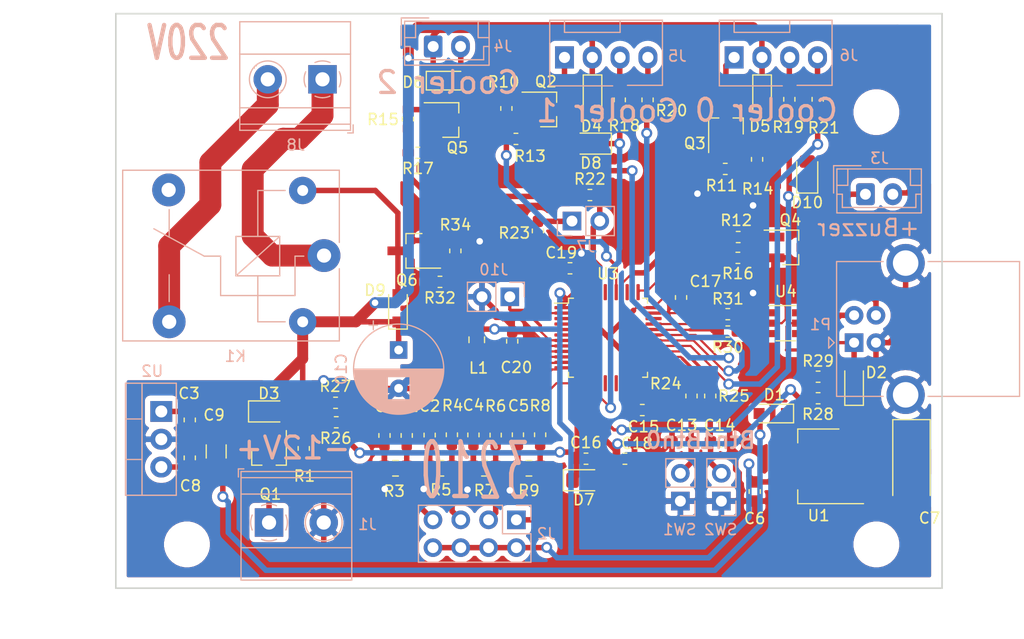
<source format=kicad_pcb>
(kicad_pcb (version 20240108) (generator "pcbnew") (generator_version "8.0")
  (layers (0 "F.Cu" signal) (31 "B.Cu" signal) (34 "B.Paste" user) (35 "F.Paste" user) (36 "B.SilkS" user "B.Silkscreen") (37 "F.SilkS" user "F.Silkscreen") (38 "B.Mask" user) (39 "F.Mask" user) (44 "Edge.Cuts" user))
  (net 0 "")
  (net 1 "GND")
  (net 2 "+3V3")
  (net 3 "+5V")
  (net 4 "/NRST")
  (net 5 "/BOOT0")
  (net 6 "/5Vusb")
  (net 7 "/AIN0")
  (net 8 "/AIN1")
  (net 9 "Net-(J1-Pad1)")
  (net 10 "Net-(J7-Pad1)")
  (net 11 "Net-(J8-Pad1)")
  (net 12 "Net-(J8-Pad2)")
  (net 13 "/5Vin")
  (net 14 "/ADC0")
  (net 15 "/ADC1")
  (net 16 "+12V")
  (net 17 "/ADC2")
  (net 18 "/ADC3")
  (net 19 "Net-(C13-Pad1)")
  (net 20 "Net-(C14-Pad1)")
  (net 21 "Net-(C20-Pad1)")
  (net 22 "Net-(D3-Pad2)")
  (net 23 "Net-(J3-Pad1)")
  (net 24 "Net-(J5-Pad4)")
  (net 25 "Net-(J5-Pad3)")
  (net 26 "Net-(J6-Pad3)")
  (net 27 "Net-(J6-Pad4)")
  (net 28 "Net-(P1-Pad2)")
  (net 29 "Net-(P1-Pad3)")
  (net 30 "Net-(Q2-Pad1)")
  (net 31 "Net-(Q3-Pad1)")
  (net 32 "Net-(Q4-Pad1)")
  (net 33 "Net-(Q5-Pad1)")
  (net 34 "Net-(Q6-Pad1)")
  (net 35 "/Cooler1")
  (net 36 "/Cooler0")
  (net 37 "/Buzzer")
  (net 38 "/TIM1_CH3")
  (net 39 "/TIM14_CH1")
  (net 40 "/TIM3_CH1")
  (net 41 "/TIM1_CH2")
  (net 42 "/TIM1_CH1")
  (net 43 "Net-(R30-Pad1)")
  (net 44 "Net-(R30-Pad2)")
  (net 45 "Net-(R31-Pad2)")
  (net 46 "Net-(R31-Pad1)")
  (net 47 "Net-(J2-Pad1)")
  (net 48 "Net-(J2-Pad3)")
  (net 49 "Net-(J2-Pad5)")
  (net 50 "Net-(J2-Pad7)")
  (net 51 "/Btn0")
  (net 52 "/Btn1")
  (net 53 "Net-(D4-Pad2)")
  (net 54 "Net-(D5-Pad2)")
  (net 55 "Net-(D6-Pad2)")
  (net 56 "/Relay")
  (net 57 "Net-(D9-Pad2)")
  (footprint "Inductor_SMD:L_0805_2012Metric_Pad1.15x1.40mm_HandSolder" (layer "F.Cu") (at 70.9825 81.8 -90)
    (property "Reference" "L1")
    (property "Value" "BMBA 0.1mH")
  )
  (footprint "Capacitor_SMD:C_0603_1608Metric_Pad1.05x0.95mm_HandSolder" (layer "F.Cu") (at 74.221 81.936 90)
    (property "Reference" "C20")
    (property "Value" "0.1")
  )
  (footprint "Resistor_SMD:R_0603_1608Metric_Pad1.05x0.95mm_HandSolder" (layer "F.Cu") (at 93.92 79.4595 180)
    (property "Reference" "R31")
    (property "Value" "22")
  )
  (footprint "Package_TO_SOT_SMD:SOT-23-6" (layer "F.Cu") (at 99.2195 80.285)
    (property "Reference" "U4")
    (property "Value" "USBLC6-2SC6")
  )
  (footprint "Resistor_SMD:R_0603_1608Metric_Pad1.05x0.95mm_HandSolder" (layer "F.Cu") (at 92.3185 86.9385 -90)
    (property "Reference" "R25")
    (property "Value" "510")
  )
  (footprint "Resistor_SMD:R_0603_1608Metric_Pad1.05x0.95mm_HandSolder" (layer "F.Cu") (at 64.582 90.544 90)
    (property "Reference" "R2")
    (property "Value" "10k")
  )
  (footprint "Capacitor_SMD:C_0603_1608Metric_Pad1.05x0.95mm_HandSolder" (layer "F.Cu") (at 66.6775 90.5085 90)
    (property "Reference" "C2")
    (property "Value" "0.1")
  )
  (footprint "Capacitor_SMD:C_0603_1608Metric_Pad1.05x0.95mm_HandSolder" (layer "F.Cu") (at 62.55 90.544 90)
    (property "Reference" "C1")
    (property "Value" "0.1")
  )
  (footprint "Resistor_SMD:R_0603_1608Metric_Pad1.05x0.95mm_HandSolder" (layer "F.Cu") (at 76.774 90.4805 90)
    (property "Reference" "R8")
    (property "Value" "10k")
  )
  (footprint "Resistor_SMD:R_0603_1608Metric_Pad1.05x0.95mm_HandSolder" (layer "F.Cu") (at 68.7095 90.4805 90)
    (property "Reference" "R4")
    (property "Value" "10k")
  )
  (footprint "Capacitor_Tantalum_SMD:CP_EIA-6032-28_Kemet-C_Pad2.25x2.35mm_HandSolder" (layer "F.Cu") (at 110.7075 93.031 -90)
    (property "Reference" "C7")
    (property "Value" "47uF, 10V")
  )
  (footprint "Resistor_SMD:R_0603_1608Metric_Pad1.05x0.95mm_HandSolder" (layer "F.Cu") (at 94.8725 72.411 180)
    (property "Reference" "R12")
    (property "Value" "510")
  )
  (footprint "Diode_SMD:D_SOD-323_HandSoldering" (layer "F.Cu") (at 98.03064 88.54 180)
    (property "Reference" "D1")
    (property "Value" "1N5819")
  )
  (footprint "Resistor_SMD:R_0603_1608Metric_Pad1.05x0.95mm_HandSolder" (layer "F.Cu") (at 94.8445 74.316 180)
    (property "Reference" "R16")
    (property "Value" "10k")
  )
  (footprint "Capacitor_SMD:C_0603_1608Metric_Pad1.05x0.95mm_HandSolder" (layer "F.Cu") (at 89.6515 77.9355 90)
    (property "Reference" "C17")
    (property "Value" "0.1")
  )
  (footprint "MountingHole:MountingHole_3.2mm_M3" (layer "F.Cu") (at 107.5 100.5)
    (property "Reference" "P5" (hide yes))
    (property "Value" "Hole")
  )
  (footprint "Package_TO_SOT_SMD:SOT-23_Handsoldering" (layer "F.Cu") (at 68.5808 61.7176)
    (property "Reference" "Q5")
    (property "Value" "IRLML2502")
  )
  (footprint "Resistor_SMD:R_0603_1608Metric_Pad1.05x0.95mm_HandSolder" (layer "F.Cu") (at 84.0508 59.8774 90)
    (property "Reference" "R18")
    (property "Value" "510")
  )
  (footprint "MountingHole:MountingHole_3.2mm_M3" (layer "F.Cu") (at 44.5 100.5)
    (property "Reference" "P2" (hide yes))
    (property "Value" "Hole")
  )
  (footprint "Capacitor_SMD:C_0603_1608Metric_Pad1.05x0.95mm_HandSolder" (layer "F.Cu") (at 44.757 89.1255 -90)
    (property "Reference" "C3")
    (property "Value" "0.1")
  )
  (footprint "Capacitor_SMD:C_0603_1608Metric_Pad1.05x0.95mm_HandSolder" (layer "F.Cu") (at 70.678 90.4945 90)
    (property "Reference" "C4")
    (property "Value" "0.1")
  )
  (footprint "Capacitor_SMD:C_0603_1608Metric_Pad1.05x0.95mm_HandSolder" (layer "F.Cu") (at 74.742 90.4805 90)
    (property "Reference" "C5")
    (property "Value" "0.1")
  )
  (footprint "Capacitor_SMD:C_0603_1608Metric_Pad1.05x0.95mm_HandSolder" (layer "F.Cu") (at 96.3825 95.666 -90)
    (property "Reference" "C6")
    (property "Value" "0.1")
  )
  (footprint "Capacitor_SMD:C_0603_1608Metric_Pad1.05x0.95mm_HandSolder" (layer "F.Cu") (at 44.757 92.59 90)
    (property "Reference" "C8")
    (property "Value" "0.1")
  )
  (footprint "Capacitor_SMD:C_1206_3216Metric_Pad1.42x1.75mm_HandSolder" (layer "F.Cu") (at 47.17 92.0055 90)
    (property "Reference" "C9")
    (property "Value" "10uF, 10V")
  )
  (footprint "Capacitor_SMD:C_0603_1608Metric_Pad1.05x0.95mm_HandSolder" (layer "F.Cu") (at 89.701 91.08 180)
    (property "Reference" "C13")
    (property "Value" "0.1")
  )
  (footprint "Capacitor_SMD:C_0603_1608Metric_Pad1.05x0.95mm_HandSolder" (layer "F.Cu") (at 93.2215 91.08)
    (property "Reference" "C14")
    (property "Value" "0.1")
  )
  (footprint "Capacitor_SMD:C_0603_1608Metric_Pad1.05x0.95mm_HandSolder" (layer "F.Cu") (at 86.1095 88.2225)
    (property "Reference" "C15")
    (property "Value" "0.1")
  )
  (footprint "Capacitor_SMD:C_0603_1608Metric_Pad1.05x0.95mm_HandSolder" (layer "F.Cu") (at 80.966 92.6675)
    (property "Reference" "C16")
    (property "Value" "0.1")
  )
  (footprint "Capacitor_SMD:C_0603_1608Metric_Pad1.05x0.95mm_HandSolder" (layer "F.Cu") (at 84.522 92.6675)
    (property "Reference" "C18")
    (property "Value" "0.1")
  )
  (footprint "Capacitor_SMD:C_0603_1608Metric_Pad1.05x0.95mm_HandSolder" (layer "F.Cu") (at 79.5055 75.2685 180)
    (property "Reference" "C19")
    (property "Value" "0.1")
  )
  (footprint "Diode_SMD:D_SOD-323_HandSoldering" (layer "F.Cu") (at 105.463 85.893 90)
    (property "Reference" "D2")
    (property "Value" "1N5819")
  )
  (footprint "Diode_SMD:D_0805_2012Metric_Pad1.15x1.40mm_HandSolder" (layer "F.Cu") (at 51.987 88.3495)
    (property "Reference" "D3")
    (property "Value" "MM3Z7V5")
  )
  (footprint "Diode_SMD:D_SOD-323_HandSoldering" (layer "F.Cu") (at 81.5616 59.5024 -90)
    (property "Reference" "D4")
    (property "Value" "1N5819")
  )
  (footprint "Diode_SMD:D_SOD-323_HandSoldering" (layer "F.Cu") (at 97.0556 59.5024 -90)
    (property "Reference" "D5")
    (property "Value" "1N5819")
  )
  (footprint "Diode_SMD:D_SOD-323_HandSoldering" (layer "F.Cu") (at 68.272 58.1235)
    (property "Reference" "D6")
    (property "Value" "1N5819")
  )
  (footprint "Diode_SMD:D_0805_2012Metric_Pad1.15x1.40mm_HandSolder" (layer "F.Cu") (at 80.7615 94.636)
    (property "Reference" "D7")
    (property "Value" "MM3Z4V3")
  )
  (footprint "Diode_SMD:D_SOD-323_HandSoldering" (layer "F.Cu") (at 63.781 78.924 90)
    (property "Reference" "D9")
    (property "Value" "1N5819")
  )
  (footprint "MountingHole:MountingHole_3.2mm_M3" (layer "F.Cu") (at 107.5 61)
    (property "Reference" "P3" (hide yes))
    (property "Value" "Hole")
  )
  (footprint "MountingHole:MountingHole_3.2mm_M3" (layer "F.Cu") (at 44.5 61)
    (property "Reference" "P4" (hide yes))
    (property "Value" "Hole")
  )
  (footprint "Package_TO_SOT_SMD:SOT-23_Handsoldering" (layer "F.Cu") (at 52 92.5 -90)
    (property "Reference" "Q1")
    (property "Value" "AO3401")
  )
  (footprint "Package_TO_SOT_SMD:SOT-23_Handsoldering" (layer "F.Cu") (at 77.5216 60.7524)
    (property "Reference" "Q2")
    (property "Value" "IRLML2502")
  )
  (footprint "Package_TO_SOT_SMD:SOT-23_Handsoldering" (layer "F.Cu") (at 93.7522 62.29324 90)
    (property "Reference" "Q3")
    (property "Value" "IRLML2502")
  )
  (footprint "Package_TO_SOT_SMD:SOT-23_Handsoldering" (layer "F.Cu") (at 99.645 73.3635)
    (property "Reference" "Q4")
    (property "Value" "IRLML2502")
  )
  (footprint "Package_TO_SOT_SMD:SOT-23_Handsoldering" (layer "F.Cu") (at 65.27284 73.67428 180)
    (property "Reference" "Q6")
    (property "Value" "IRLML2502")
  )
  (footprint "Resistor_SMD:R_0603_1608Metric_Pad1.05x0.95mm_HandSolder" (layer "F.Cu") (at 55.171 91.729 -90)
    (property "Reference" "R1")
    (property "Value" "10k")
  )
  (footprint "Resistor_SMD:R_0805_2012Metric_Pad1.15x1.40mm_HandSolder" (layer "F.Cu") (at 63.557 93.5425)
    (property "Reference" "R3")
    (property "Value" "4k7, 1%")
  )
  (footprint "Resistor_SMD:R_0805_2012Metric_Pad1.15x1.40mm_HandSolder" (layer "F.Cu") (at 67.7025 93.5425)
    (property "Reference" "R5")
    (property "Value" "4k7, 1%")
  )
  (footprint "Resistor_SMD:R_0603_1608Metric_Pad1.05x0.95mm_HandSolder" (layer "F.Cu") (at 72.71 90.5085 90)
    (property "Reference" "R6")
    (property "Value" "10k")
  )
  (footprint "Resistor_SMD:R_0805_2012Metric_Pad1.15x1.40mm_HandSolder" (layer "F.Cu") (at 71.685 93.5425)
    (property "Reference" "R7")
    (property "Value" "4k7, 1%")
  )
  (footprint "Resistor_SMD:R_0805_2012Metric_Pad1.15x1.40mm_HandSolder" (layer "F.Cu") (at 75.749 93.5425)
    (property "Reference" "R9")
    (property "Value" "4k7, 1%")
  )
  (footprint "Resistor_SMD:R_0603_1608Metric_Pad1.05x0.95mm_HandSolder" (layer "F.Cu") (at 73.6876 60.6622 -90)
    (property "Reference" "R10")
    (property "Value" "510")
  )
  (footprint "Resistor_SMD:R_0603_1608Metric_Pad1.05x0.95mm_HandSolder" (layer "F.Cu") (at 74.5626 63.4448 180)
    (property "Reference" "R13")
    (property "Value" "10k")
  )
  (footprint "Resistor_SMD:R_0603_1608Metric_Pad1.05x0.95mm_HandSolder" (layer "F.Cu") (at 64.696 61.6274 -90)
    (property "Reference" "R15")
    (property "Value" "510")
  )
  (footprint "Resistor_SMD:R_0603_1608Metric_Pad1.05x0.95mm_HandSolder" (layer "F.Cu") (at 65.599 64.7148 180)
    (property "Reference" "R17")
    (property "Value" "10k")
  )
  (footprint "Resistor_SMD:R_0603_1608Metric_Pad1.05x0.95mm_HandSolder" (layer "F.Cu") (at 86.5908 59.8774 90)
    (property "Reference" "R20")
    (property "Value" "510")
  )
  (footprint "Resistor_SMD:R_0603_1608Metric_Pad1.05x0.95mm_HandSolder" (layer "F.Cu") (at 102.1356 59.8266 90)
    (property "Reference" "R21")
    (property "Value" "510")
  )
  (footprint "Resistor_SMD:R_0603_1608Metric_Pad1.05x0.95mm_HandSolder" (layer "F.Cu") (at 81.321 68.5735 180)
    (property "Reference" "R22")
    (property "Value" "47k")
  )
  (footprint "Resistor_SMD:R_0603_1608Metric_Pad1.05x0.95mm_HandSolder" (layer "F.Cu") (at 76.5705 71.8535 -90)
    (property "Reference" "R23")
    (property "Value" "22")
  )
  (footprint "Resistor_SMD:R_0603_1608Metric_Pad1.05x0.95mm_HandSolder" (layer "F.Cu") (at 90.604 86.9385 -90)
    (property "Reference" "R24")
    (property "Value" "510")
  )
  (footprint "Resistor_SMD:R_0603_1608Metric_Pad1.05x0.95mm_HandSolder" (layer "F.Cu") (at 58.1435 89.338)
    (property "Reference" "R26")
    (property "Value" "3.3k")
  )
  (footprint "Resistor_SMD:R_0603_1608Metric_Pad1.05x0.95mm_HandSolder" (layer "F.Cu") (at 58.08 87.56 180)
    (property "Reference" "R27")
    (property "Value" "1k")
  )
  (footprint "Resistor_SMD:R_0603_1608Metric_Pad1.05x0.95mm_HandSolder" (layer "F.Cu") (at 102.175 87.143 180)
    (property "Reference" "R28")
    (property "Value" "4.7k")
  )
  (footprint "Resistor_SMD:R_0603_1608Metric_Pad1.05x0.95mm_HandSolder" (layer "F.Cu") (at 102.175 85.1745)
    (property "Reference" "R29")
    (property "Value" "4.7k")
  )
  (footprint "Resistor_SMD:R_0603_1608Metric_Pad1.05x0.95mm_HandSolder" (layer "F.Cu") (at 93.92 81.047 180)
    (property "Reference" "R30")
    (property "Value" "22")
  )
  (footprint "Resistor_SMD:R_0603_1608Metric_Pad1.05x0.95mm_HandSolder" (layer "F.Cu") (at 67.62224 76.50892)
    (property "Reference" "R32")
    (property "Value" "510")
  )
  (footprint "Package_TO_SOT_SMD:SOT-223-3_TabPin2" (layer "F.Cu") (at 102.2245 93.366 180)
    (property "Reference" "U1")
    (property "Value" "LM1117-3.3")
  )
  (footprint "Package_QFP:LQFP-48_7x7mm_P0.5mm" (layer "F.Cu") (at 82.9765 81.6135)
    (property "Reference" "U3")
    (property "Value" "STM32F072CBTx")
  )
  (footprint "Resistor_SMD:R_0603_1608Metric_Pad1.05x0.95mm_HandSolder" (layer "F.Cu") (at 69.02556 73.67812 90)
    (property "Reference" "R34")
    (property "Value" "10k")
  )
  (footprint "Resistor_SMD:R_0603_1608Metric_Pad1.05x0.95mm_HandSolder" (layer "F.Cu") (at 93.6914 66.188)
    (property "Reference" "R11")
    (property "Value" "510")
  )
  (footprint "Resistor_SMD:R_0603_1608Metric_Pad1.05x0.95mm_HandSolder" (layer "F.Cu") (at 96.5984 65.313 -90)
    (property "Reference" "R14")
    (property "Value" "10k")
  )
  (footprint "Resistor_SMD:R_0603_1608Metric_Pad1.05x0.95mm_HandSolder" (layer "F.Cu") (at 99.5448 59.8266 90)
    (property "Reference" "R19")
    (property "Value" "510")
  )
  (footprint "Diode_SMD:D_0805_2012Metric_Pad1.15x1.40mm_HandSolder" (layer "F.Cu") (at 81.425 63.8745 180)
    (property "Reference" "D8")
    (property "Value" "MM3Z3V6")
  )
  (footprint "Diode_SMD:D_0805_2012Metric_Pad1.15x1.40mm_HandSolder" (layer "F.Cu") (at 101.1825 66.5325 90)
    (property "Reference" "D10")
    (property "Value" "MM3Z3V6")
  )
  (footprint "Connector_PinSocket_2.54mm:PinSocket_1x02_P2.54mm_Vertical" (layer "B.Cu") (at 89.588 96.541)
    (property "Reference" "SW1")
    (property "Value" "SW_Push")
  )
  (footprint "Connector_PinSocket_2.54mm:PinSocket_2x04_P2.54mm_Vertical" (layer "B.Cu") (at 74.602 98.2555 90)
    (property "Reference" "J2")
    (property "Value" "thermal")
  )
  (footprint "Connector_PinSocket_2.54mm:PinSocket_1x02_P2.54mm_Vertical" (layer "B.Cu") (at 93.3345 96.541)
    (property "Reference" "SW2")
    (property "Value" "SW_Push")
  )
  (footprint "Connector_PinSocket_2.54mm:PinSocket_1x02_P2.54mm_Vertical" (layer "B.Cu") (at 74 77.872 90)
    (property "Reference" "J10")
    (property "Value" "Conn_01x02_Female")
  )
  (footprint "Connector_PinSocket_2.54mm:PinSocket_1x02_P2.54mm_Vertical" (layer "B.Cu") (at 79.682 70.9505 -90)
    (property "Reference" "J7")
    (property "Value" "Conn_01x02_Female")
  )
  (footprint "TerminalBlock_Phoenix:TerminalBlock_Phoenix_MKDS-1,5-2_1x02_P5.00mm_Horizontal" (layer "B.Cu") (at 52 98.5)
    (property "Reference" "J1")
    (property "Value" "12VIN")
  )
  (footprint "Connector_JST:JST_EH_B2B-EH-A_1x02_P2.50mm_Vertical" (layer "B.Cu") (at 106.5 68.5)
    (property "Reference" "J3")
    (property "Value" "Buzzer")
  )
  (footprint "Connector_JST:JST_EH_B2B-EH-A_1x02_P2.50mm_Vertical" (layer "B.Cu") (at 67 55)
    (property "Reference" "J4")
    (property "Value" "cooler3")
  )
  (footprint "Connector:FanPinHeader_1x04_P2.54mm_Vertical" (layer "B.Cu") (at 79 56)
    (property "Reference" "J5")
    (property "Value" "FAN")
  )
  (footprint "TerminalBlock_Phoenix:TerminalBlock_Phoenix_MKDS-1,5-2_1x02_P5.00mm_Horizontal" (layer "B.Cu") (at 56.8855 58 180)
    (property "Reference" "J8")
    (property "Value" "MKDS")
  )
  (footprint "Relay_THT:Relay_SPDT_SANYOU_SRD_Series_Form_C" (layer "B.Cu") (at 57.0252 74.10772 180)
    (property "Reference" "K1")
    (property "Value" "SRD-12VDC")
  )
  (footprint "Connector_USB:USB_B_OST_USB-B1HSxx_Horizontal" (layer "B.Cu") (at 105.463 82.063)
    (property "Reference" "P1")
    (property "Value" "USB_A")
  )
  (footprint "Connector:FanPinHeader_1x04_P2.54mm_Vertical" (layer "B.Cu") (at 94.5 56)
    (property "Reference" "J6")
    (property "Value" "FAN")
  )
  (footprint "Capacitor_THT:CP_Radial_D8.0mm_P3.50mm" (layer "B.Cu") (at 63.8445 82.734 -90)
    (property "Reference" "C10")
    (property "Value" "47u")
  )
  (footprint "Package_TO_SOT_THT:TO-220-3_Vertical" (layer "B.Cu") (at 42.1535 88.3495 -90)
    (property "Reference" "U2")
    (property "Value" "L7805")
  )
  (gr_line (start 38 104.5) (end 38 52) (stroke (width 0.15)) (layer "Edge.Cuts"))
  (gr_line (start 113.5 52) (end 113.5 104.5) (stroke (width 0.15)) (layer "Edge.Cuts"))
  (gr_line (start 38 52) (end 113.5 52) (stroke (width 0.15)) (layer "Edge.Cuts"))
  (gr_line (start 113.5 104.5) (end 38 104.5) (stroke (width 0.15)) (layer "Edge.Cuts"))
  (gr_text "2" (at 72.163 93.8465 0) (layer "B.SilkS") (effects (font (size 5 2) (thickness 0.4)) (justify mirror)))
  (gr_text "1" (at 69.496 93.783 0) (layer "B.SilkS") (effects (font (size 5 2) (thickness 0.4)) (justify mirror)))
  (gr_text "0" (at 66.8925 93.783 0) (layer "B.SilkS") (effects (font (size 5 2) (thickness 0.4)) (justify mirror)))
  (gr_text "Cooler 1" (at 82.958 60.89 0) (layer "B.SilkS") (effects (font (size 2 2) (thickness 0.3)) (justify mirror)))
  (gr_text "Cooler 2" (at 68.353 58.2865 0) (layer "B.SilkS") (effects (font (size 2 2) (thickness 0.3)) (justify mirror)))
  (gr_text "Btn1" (at 93.88 90.989 0) (layer "B.SilkS") (effects (font (size 1.5 1.5) (thickness 0.25)) (justify mirror)))
  (gr_text "3" (at 74.703 93.8465 0) (layer "B.SilkS") (effects (font (size 5 2) (thickness 0.4)) (justify mirror)))
  (gr_text "Btn0" (at 88.9905 90.989 0) (layer "B.SilkS") (effects (font (size 1.5 1.5) (thickness 0.25)) (justify mirror)))
  (gr_text "-12V+" (at 54.1925 91.6875 0) (layer "B.SilkS") (effects (font (size 2 2) (thickness 0.3)) (justify mirror)))
  (gr_text "+Buzzer" (at 106.7705 71.558 0) (layer "B.SilkS") (effects (font (size 1.5 1.5) (thickness 0.2)) (justify mirror)))
  (gr_text "Cooler 0" (at 97.436 60.8265 0) (layer "B.SilkS") (effects (font (size 2 2) (thickness 0.3)) (justify mirror)))
  (gr_text "220V" (at 44.604 54.667 0) (layer "B.SilkS") (effects (font (size 3 2) (thickness 0.4)) (justify mirror)))
  (segment (start 62.55 93.5245) (end 62.532 93.5425) (width 0.5) (layer "F.Cu") (net 1))
  (segment (start 110.173 80.555081) (end 110.173 77.2465) (width 0.5) (layer "F.Cu") (net 1))
  (segment (start 94.317 76.1935) (end 95.7195 74.791) (width 0.5) (layer "F.Cu") (net 1))
  (segment (start 84.7995 97.085) (end 85.778 96.1065) (width 0.5) (layer "F.Cu") (net 1))
  (segment (start 85.778 96.1065) (end 85.752 96.196) (width 0.5) (layer "F.Cu") (net 1))
  (segment (start 80.446 67.4025) (end 80.446 68.5735) (width 0.5) (layer "F.Cu") (net 1))
  (segment (start 87.276 67.9385) (end 87.022 67.6845) (width 0.5) (layer "F.Cu") (net 1))
  (segment (start 94.9595 96.5135) (end 96.3825 96.541) (width 0.5) (layer "F.Cu") (net 1))
  (segment (start 45.1755 95.815) (end 50.8905 101.53) (width 0.5) (layer "F.Cu") (net 1))
  (segment (start 105.3745 95.666) (end 110.6225 95.666) (width 0.5) (layer "F.Cu") (net 1))
  (segment (start 66.77284 72.72428) (end 68.94672 72.72428) (width 0.5) (layer "F.Cu") (net 1))
  (segment (start 107.463 82.063) (end 108.665081 82.063) (width 0.5) (layer "F.Cu") (net 1))
  (segment (start 74.221 81.061) (end 74.221 80.536) (width 0.5) (layer "F.Cu") (net 1))
  (segment (start 66.6775 91.3835) (end 66.6775 93.5425) (width 0.5) (layer "F.Cu") (net 1))
  (segment (start 71.24912 72.096014) (end 73.692134 69.653) (width 0.5) (layer "F.Cu") (net 1))
  (segment (start 67.21 80.702) (end 70.04 77.872) (width 0.5) (layer "F.Cu") (net 1))
  (segment (start 97.682 64.438) (end 98.3885 65.1445) (width 0.5) (layer "F.Cu") (net 1))
  (segment (start 74.724 94.8415) (end 74.0045 95.561) (width 0.5) (layer "F.Cu") (net 1))
  (segment (start 82.7675 97.085) (end 84.7995 97.085) (width 0.5) (layer "F.Cu") (net 1))
  (segment (start 56.542 101.53) (end 57 101.072) (width 0.5) (layer "F.Cu") (net 1))
  (segment (start 98.3885 70.0975) (end 101.1825 70.0975) (width 0.5) (layer "F.Cu") (net 1))
  (segment (start 103.05 84.03) (end 102.897 83.877) (width 0.5) (layer "F.Cu") (net 1))
  (segment (start 85.2265 88.2145) (end 85.2345 88.2225) (width 0.2) (layer "F.Cu") (net 1))
  (segment (start 101.1825 70.0975) (end 102.9605 68.3195) (width 0.5) (layer "F.Cu") (net 1))
  (segment (start 94.0965 91.555) (end 94.642 92.1005) (width 0.5) (layer "F.Cu") (net 1))
  (segment (start 94.7022 63.79324) (end 95.95364 63.79324) (width 0.5) (layer "F.Cu") (net 1))
  (segment (start 66.474 65.1898) (end 66.474 64.7148) (width 0.5) (layer "F.Cu") (net 1))
  (segment (start 66.227 86.257) (end 67.21 85.274) (width 0.5) (layer "F.Cu") (net 1))
  (segment (start 81.841 92.6675) (end 81.841 94.5815) (width 0.5) (layer "F.Cu") (net 1))
  (segment (start 87.2385 92.6675) (end 88.826 91.08) (width 0.5) (layer "F.Cu") (net 1))
  (segment (start 57 93.958) (end 56.6055 93.529) (width 0.5) (layer "F.Cu") (net 1))
  (segment (start 80.6085 67.24) (end 80.446 67.4025) (width 0.5) (layer "F.Cu") (net 1))
  (segment (start 89.588 96.541) (end 86.097 96.541) (width 0.5) (layer "F.Cu") (net 1))
  (segment (start 87.276 66.169502) (end 87.276 67.9385) (width 0.5) (layer "F.Cu") (net 1))
  (segment (start 94.0965 88.4865) (end 94.0965 91.08) (width 0.5) (layer "F.Cu") (net 1))
  (segment (start 87.022 65.462) (end 87.022 65.915502) (width 0.5) (layer "F.Cu") (net 1))
  (segment (start 84.482 65.081) (end 86.641 65.081) (width 0.5) (layer "F.Cu") (net 1))
  (segment (start 40.6535 90.8895) (end 39.651 91.892) (width 0.5) (layer "F.Cu") (net 1))
  (segment (start 98.3885 65.1445) (end 98.3885 68.5735) (width 0.5) (layer "F.Cu") (net 1))
  (segment (start 84.482 65.081) (end 84.0375 65.081) (width 0.5) (layer "F.Cu") (net 1))
  (segment (start 66.474 64.7148) (end 66.474 63.2744) (width 0.5) (layer "F.Cu") (net 1))
  (segment (start 66.6775 93.5425) (end 66.6775 94.887) (width 0.5) (layer "F.Cu") (net 1))
  (segment (start 85.752 96.196) (end 85.778 94.6995) (width 0.5) (layer "F.Cu") (net 1))
  (segment (start 62.55 91.419) (end 62.55 93.5245) (width 0.5) (layer "F.Cu") (net 1))
  (segment (start 95.7195 74.791) (end 95.7195 74.316) (width 0.5) (layer "F.Cu") (net 1))
  (segment (start 39.651 91.892) (end 39.651 95.3705) (width 0.5) (layer "F.Cu") (net 1))
  (segment (start 55.646 92.604) (end 55.171 92.604) (width 0.5) (layer "F.Cu") (net 1))
  (segment (start 72.7345 79.1465) (end 71.46 77.872) (width 0.5) (layer "F.Cu") (net 1))
  (segment (start 57 101.072) (end 57 98.5) (width 0.5) (layer "F.Cu") (net 1))
  (segment (start 95.7195 74.316) (end 98.1425 74.316) (width 0.5) (layer "F.Cu") (net 1))
  (segment (start 68.94672 72.72428) (end 69.02556 72.80312) (width 0.5) (layer "F.Cu") (net 1))
  (segment (start 70.678 91.3695) (end 70.678 93.5245) (width 0.5) (layer "F.Cu") (net 1))
  (segment (start 94.642 92.1005) (end 94.642 93.656) (width 0.5) (layer "F.Cu") (net 1))
  (segment (start 56.619 93.5425) (end 56.6055 93.529) (width 0.5) (layer "F.Cu") (net 1))
  (segment (start 66.474 63.2744) (end 67.0808 62.6676) (width 0.5) (layer "F.Cu") (net 1))
  (segment (start 84.0375 65.081) (end 83.593 65.5255) (width 0.5) (layer "F.Cu") (net 1))
  (segment (start 68.1432 66.859) (end 66.474 65.1898) (width 0.5) (layer "F.Cu") (net 1))
  (segment (start 57 98.5) (end 57 93.958) (width 0.5) (layer "F.Cu") (net 1))
  (segment (start 89.588 96.541) (end 93.3345 96.541) (width 0.5) (layer "F.Cu") (net 1))
  (segment (start 80.3805 74.072) (end 80.545 73.9075) (width 0.5) (layer "F.Cu") (net 1))
  (segment (start 42.1535 90.8895) (end 43.9315 90.8895) (width 0.5) (layer "F.Cu") (net 1))
  (segment (start 70.04 77.872) (end 71.46 77.872) (width 0.5) (layer "F.Cu") (net 1))
  (segment (start 42.1535 90.8895) (end 40.6535 90.8895) (width 0.5) (layer "F.Cu") (net 1))
  (segment (start 107.463 84.123) (end 107.463 82.063) (width 0.5) (layer "F.Cu") (net 1))
  (segment (start 96.2295 74.826) (end 95.7195 74.316) (width 0.5) (layer "F.Cu") (net 1))
  (segment (start 56.9865 87.3415) (end 57.205 87.56) (width 0.5) (layer "F.Cu") (net 1))
  (segment (start 85.397 88.385) (end 85.2345 88.2225) (width 0.5) (layer "F.Cu") (net 1))
  (segment (start 81.7865 96.104) (end 82.7675 97.085) (width 0.5) (layer "F.Cu") (net 1))
  (segment (start 75.211 66.478) (end 74.83 66.859) (width 0.5) (layer "F.Cu") (net 1))
  (segment (start 96.3825 96.541) (end 104.4995 96.541) (width 0.5) (layer "F.Cu") (net 1))
  (segment (start 67.21 85.274) (end 67.21 80.702) (width 0.5) (layer "F.Cu") (net 1))
  (segment (start 75.4015 69.653) (end 75.5285 69.526) (width 0.5) (layer "F.Cu") (net 1))
  (segment (start 75.211 65.5255) (end 75.211 66.478) (width 0.5) (layer "F.Cu") (net 1))
  (segment (start 50.8905 101.53) (end 56.542 101.53) (width 0.5) (layer "F.Cu") (net 1))
  (segment (start 78.814 82.3635) (end 77.444 82.3635) (width 0.2) (layer "F.Cu") (net 1))
  (segment (start 86.641 65.081) (end 87.022 65.462) (width 0.5) (layer "F.Cu") (net 1))
  (segment (start 75.211 64.836002) (end 75.211 65.5255) (width 0.5) (layer "F.Cu") (net 1))
  (segment (start 81.7865 94.636) (end 81.7865 96.104) (width 0.5) (layer "F.Cu") (net 1))
  (segment (start 78.3225 68.5735) (end 80.446 68.5735) (width 0.5) (layer "F.Cu") (net 1))
  (segment (start 95.95364 63.79324) (end 96.5984 64.438) (width 0.5) (layer "F.Cu") (net 1))
  (segment (start 74.221 80.536) (end 73.4345 79.7495) (width 0.5) (layer "F.Cu") (net 1))
  (segment (start 62.5745 93.585) (end 62.532 93.5425) (width 0.5) (layer "F.Cu") (net 1))
  (segment (start 56.9865 85.528) (end 56.9865 87.3415) (width 0.5) (layer "F.Cu") (net 1))
  (segment (start 77.444 82.3635) (end 76.1415 81.061) (width 0.2) (layer "F.Cu") (net 1))
  (segment (start 90.8185 78.8105) (end 93.4355 76.1935) (width 0.5) (layer "F.Cu") (net 1))
  (segment (start 98.8495 80.285) (end 99.214 79.9205) (width 0.2) (layer "F.Cu") (net 1))
  (segment (start 72.7345 79.7495) (end 72.7345 79.1465) (width 0.5) (layer "F.Cu") (net 1))
  (segment (start 94.0965 91.08) (end 94.0965 91.555) (width 0.5) (layer "F.Cu") (net 1))
  (segment (start 98.706 83.877) (end 94.0965 88.4865) (width 0.5) (layer "F.Cu") (net 1))
  (segment (start 93.4355 76.1935) (end 94.317 76.1935) (width 0.5) (layer "F.Cu") (net 1))
  (segment (start 102.9605 68.3195) (end 102.9605 66.097) (width 0.5) (layer "F.Cu") (net 1))
  (segment (start 90.6415 67.9385) (end 91.1495 68.4465) (width 0.5) (layer "F.Cu") (net 1))
  (segment (start 83.847 67.6845) (end 83.4025 67.24) (width 0.5) (layer "F.Cu") (net 1))
  (segment (start 110.6225 95.666) (end 110.7075 95.581) (width 0.5) (layer "F.Cu") (net 1))
  (segment (start 110.173 77.2465) (end 110.173 74.793) (width 0.5) (layer "F.Cu") (net 1))
  (segment (start 75.4376 63.9198) (end 75.6555 64.1377) (width 0.5) (layer "F.Cu") (net 1))
  (segment (start 58.033 86.257) (end 66.227 86.257) (width 0.5) (layer "F.Cu") (net 1))
  (segment (start 74.742 93.5245) (end 74.724 93.5425) (width 0.5) (layer "F.Cu") (net 1))
  (segment (start 74.83 66.859) (end 68.1432 66.859) (width 0.5) (layer "F.Cu") (net 1))
  (segment (start 98.145 76.204) (end 98.145 74.3135) (width 0.3) (layer "F.Cu") (net 1))
  (segment (start 97.817 69.526) (end 96.2295 69.526) (width 0.5) (layer "F.Cu") (net 1))
  (segment (start 94.9595 93.9735) (end 94.9595 96.5135) (width 0.5) (layer "F.Cu") (net 1))
  (segment (start 98.1425 74.316) (end 98.145 74.3135) (width 0.5) (layer "F.Cu") (net 1))
  (segment (start 75.4376 62.2864) (end 76.0216 61.7024) (width 0.5) (layer "F.Cu") (net 1))
  (segment (start 85.397 94.3185) (end 85.778 94.6995) (width 0.5) (layer "F.Cu") (net 1))
  (segment (start 75.5285 69.526) (end 77.37 69.526) (width 0.5) (layer "F.Cu") (net 1))
  (segment (start 77.37 69.526) (end 78.3225 68.5735) (width 0.5) (layer "F.Cu") (net 1))
  (segment (start 70.66 94.9685) (end 70.131 95.4975) (width 0.5) (layer "F.Cu") (net 1))
  (segment (start 108.395 77.2465) (end 106.961 75.8125) (width 0.5) (layer "F.Cu") (net 1))
  (segment (start 98.3885 70.0975) (end 97.817 69.526) (width 0.5) (layer "F.Cu") (net 1))
  (segment (start 57.205 87.56) (end 57.205 87.085) (width 0.5) (layer "F.Cu") (net 1))
  (segment (start 43.9315 90.8895) (end 44.757 91.715) (width 0.5) (layer "F.Cu") (net 1))
  (segment (start 73.692134 69.653) (end 75.4015 69.653) (width 0.5) (layer "F.Cu") (net 1))
  (segment (start 79.7195 63.8745) (end 78.767 64.827) (width 0.5) (layer "F.Cu") (net 1))
  (segment (start 73.4345 79.7495) (end 72.7345 79.7495) (width 0.5) (layer "F.Cu") (net 1))
  (segment (start 98.145 75.2135) (end 98.145 74.3135) (width 0.5) (layer "F.Cu") (net 1))
  (segment (start 87.139 79.3635) (end 89.6235 79.3635) (width 0.2) (layer "F.Cu") (net 1))
  (segment (start 70.66 93.5425) (end 70.66 94.9685) (width 0.5) (layer "F.Cu") (net 1))
  (segment (start 44.757 91.715) (end 44.757 90.0005) (width 0.5) (layer "F.Cu") (net 1))
  (segment (start 96.2295 77.527) (end 96.2295 74.826) (width 0.5) (layer "F.Cu") (net 1))
  (segment (start 81.841 94.5815) (end 81.7865 94.636) (width 0.5) (layer "F.Cu") (net 1))
  (segment (start 94.642 93.656) (end 94.9595 93.9735) (width 0.5) (layer "F.Cu") (net 1))
  (segment (start 69.02556 72.80312) (end 71.24912 72.80312) (width 0.5) (layer "F.Cu") (net 1))
  (segment (start 89.6515 79.3355) (end 89.6515 78.8105) (width 0.2) (layer "F.Cu") (net 1))
  (segment (start 102.897 83.877) (end 98.706 83.877) (width 0.5) (layer "F.Cu") (net 1))
  (segment (start 96.5984 64.438) (end 97.682 64.438) (width 0.5) (layer "F.Cu") (net 1))
  (segment (start 98.1195 80.285) (end 98.8495 80.285) (width 0.2) (layer "F.Cu") (net 1))
  (segment (start 78.767 64.827) (end 78.767 65.5255) (width 0.5) (layer "F.Cu") (net 1))
  (segment (start 93.3345 96.541) (end 94.9595 96.5135) (width 0.5) (layer "F.Cu") (net 1))
  (segment (start 99.214 79.9205) (end 99.214 77.8445) (width 0.2) (layer "F.Cu") (net 1))
  (segment (start 87.022 67.6845) (end 83.847 67.6845) (width 0.5) (layer "F.Cu") (net 1))
  (segment (start 39.651 95.3705) (end 40.0955 95.815) (width 0.5) (layer "F.Cu") (net 1))
  (segment (start 80.3805 75.2685) (end 80.3805 74.072) (width 0.5) (layer "F.Cu") (net 1))
  (segment (start 40.0955 95.815) (end 45.1755 95.815) (width 0.5) (layer "F.Cu") (net 1))
  (segment (start 98.744 75.8125) (end 98.145 75.2135) (width 0.5) (layer "F.Cu") (net 1))
  (segment (start 80.4 63.8745) (end 79.7195 63.8745) (width 0.5) (layer "F.Cu") (net 1))
  (segment (start 85.397 92.6675) (end 85.397 94.3185) (width 0.5) (layer "F.Cu") (net 1))
  (segment (start 110.173 77.2465) (end 108.395 77.2465) (width 0.5) (layer "F.Cu") (net 1))
  (segment (start 46.6525 90.0005) (end 47.17 90.518) (width 0.5) (layer "F.Cu") (net 1))
  (segment (start 83.593 65.5255) (end 78.767 65.5255) (width 0.5) (layer "F.Cu") (net 1))
  (segment (start 89.6515 78.8105) (end 90.8185 78.8105) (width 0.5) (layer "F.Cu") (net 1))
  (segment (start 75.6555 64.1377) (end 75.6555 64.391502) (width 0.5) (layer "F.Cu") (net 1))
  (segment (start 62.5745 95.434) (end 62.5745 93.585) (width 0.5) (layer "F.Cu") (net 1))
  (segment (start 80.7265 75.6145) (end 80.3805 75.2685) (width 0.2) (layer "F.Cu") (net 1))
  (segment (start 108.665081 82.063) (end 110.173 80.555081) (width 0.5) (layer "F.Cu") (net 1))
  (segment (start 104.4995 96.541) (end 105.3745 95.666) (width 0.5) (layer "F.Cu") (net 1))
  (segment (start 70.678 93.5245) (end 70.66 93.5425) (width 0.5) (layer "F.Cu") (net 1))
  (segment (start 85.397 92.6675) (end 85.397 88.385) (width 0.5) (layer "F.Cu") (net 1))
  (segment (start 87.276 67.9385) (end 90.6415 67.9385) (width 0.5) (layer "F.Cu") (net 1))
  (segment (start 85.397 92.6675) (end 87.2385 92.6675) (width 0.5) (layer "F.Cu") (net 1))
  (segment (start 83.4025 67.24) (end 80.6085 67.24) (width 0.5) (layer "F.Cu") (net 1))
  (segment (start 66.6775 94.887) (end 66.1305 95.434) (width 0.5) (layer "F.Cu") (net 1))
  (segment (start 89.6235 79.3635) (end 89.6515 79.3355) (width 0.2) (layer "F.Cu") (net 1))
  (segment (start 85.2265 85.776) (end 85.2265 88.2145) (width 0.2) (layer "F.Cu") (net 1))
  (segment (start 75.4376 63.4448) (end 75.4376 63.9198) (width 0.5) (layer "F.Cu") (net 1))
  (segment (start 106.961 75.8125) (end 98.744 75.8125) (width 0.5) (layer "F.Cu") (net 1))
  (segment (start 99.214 77.8445) (end 99.214 77.273) (width 0.3) (layer "F.Cu") (net 1))
  (segment (start 102.371 65.5075) (end 101.1825 65.5075) (width 0.5) (layer "F.Cu") (net 1))
  (segment (start 57.205 87.085) (end 58.033 86.257) (width 0.5) (layer "F.Cu") (net 1))
  (segment (start 87.022 65.915502) (end 87.276 66.169502) (width 0.5) (layer "F.Cu") (net 1))
  (segment (start 80.7265 77.451) (end 80.7265 75.6145) (width 0.2) (layer "F.Cu") (net 1))
  (segment (start 110.173 86.833) (end 107.463 84.123) (width 0.5) (layer "F.Cu") (net 1))
  (segment (start 102.9605 66.097) (end 102.371 65.5075) (width 0.5) (layer "F.Cu") (net 1))
  (segment (start 75.6555 64.391502) (end 75.211 64.836002) (width 0.5) (layer "F.Cu") (net 1))
  (segment (start 98.3885 68.5735) (end 98.3885 70.0975) (width 0.5) (layer "F.Cu") (net 1))
  (segment (start 99.214 77.273) (end 98.145 76.204) (width 0.3) (layer "F.Cu") (net 1))
  (segment (start 74.724 93.5425) (end 74.724 94.8415) (width 0.5) (layer "F.Cu") (net 1))
  (segment (start 71.24912 72.80312) (end 71.24912 72.096014) (width 0.5) (layer "F.Cu") (net 1))
  (segment (start 78.767 65.5255) (end 75.211 65.5255) (width 0.5) (layer "F.Cu") (net 1))
  (segment (start 76.1415 81.061) (end 74.221 81.061) (width 0.2) (layer "F.Cu") (net 1))
  (segment (start 56.6055 93.529) (end 55.646 92.604) (width 0.5) (layer "F.Cu") (net 1))
  (segment (start 75.4376 63.4448) (end 75.4376 62.2864) (width 0.5) (layer "F.Cu") (net 1))
  (segment (start 103.05 85.1745) (end 103.05 84.03) (width 0.5) (layer "F.Cu") (net 1))
  (segment (start 44.757 90.0005) (end 46.6525 90.0005) (width 0.5) (layer "F.Cu") (net 1))
  (segment (start 86.097 96.541) (end 85.752 96.196) (width 0.5) (layer "F.Cu") (net 1))
  (segment (start 62.532 93.5425) (end 56.619 93.5425) (width 0.5) (layer "F.Cu") (net 1))
  (segment (start 74.742 91.3555) (end 74.742 93.5245) (width 0.5) (layer "F.Cu") (net 1))
  (via (at 62.5745 95.434) (size 1) (drill 0.6) (layers "F.Cu" "B.Cu") (net 1))
  (via (at 74.0045 95.561) (size 1) (drill 0.6) (layers "F.Cu" "B.Cu") (net 1))
  (via (at 91.1495 68.4465) (size 1) (drill 0.6) (layers "F.Cu" "B.Cu") (net 1))
  (via (at 70.131 95.4975) (size 1) (drill 0.6) (layers "F.Cu" "B.Cu") (net 1))
  (via (at 96.2295 69.526) (size 1) (drill 0.6) (layers "F.Cu" "B.Cu") (net 1))
  (via (at 80.545 73.9075) (size 1) (drill 0.6) (layers "F.Cu" "B.Cu") (net 1))
  (via (at 66.1305 95.434) (size 1) (drill 0.6) (layers "F.Cu" "B.Cu") (net 1))
  (via (at 96.2295 77.527) (size 1) (drill 0.6) (layers "F.Cu" "B.Cu") (net 1))
  (via (at 71.24912 72.80312) (size 1) (drill 0.6) (layers "F.Cu" "B.Cu") (net 1))
  (via (at 56.9865 85.528) (size 1) (drill 0.6) (layers "F.Cu" "B.Cu") (net 1))
  (segment (start 69.465381 77.113119) (end 69.465381 73.303119) (width 0.5) (layer "B.Cu") (net 1))
  (segment (start 80.545 73.9075) (end 72.3535 73.9075) (width 0.5) (layer "B.Cu") (net 1))
  (segment (start 56.9865 85.528) (end 59.0185 85.528) (width 0.5) (layer "B.Cu") (net 1))
  (segment (start 72.3535 73.9075) (end 71.24912 72.80312) (width 0.5) (layer "B.Cu") (net 1))
  (segment (start 70.0675 95.434) (end 70.131 95.4975) (width 0.5) (layer "B.Cu") (net 1))
  (segment (start 65.4955 84.8295) (end 65.4955 81.083) (width 0.5) (layer "B.Cu") (net 1))
  (segment (start 92.229 69.526) (end 96.2295 69.526) (width 0.5) (layer "B.Cu") (net 1))
  (segment (start 62.5745 95.434) (end 62.074501 94.934001) (width 0.5) (layer "B.Cu") (net 1))
  (segment (start 70.1945 95.561) (end 70.131 95.4975) (width 0.5) (layer "B.Cu") (net 1))
  (segment (start 56.9865 91.6875) (end 56.9865 85.528) (width 0.5) (layer "B.Cu") (net 1))
  (segment (start 62.074501 94.934001) (end 60.233001 94.934001) (width 0.5) (layer "B.Cu") (net 1))
  (segment (start 60.233001 94.934001) (end 56.9865 91.6875) (width 0.5) (layer "B.Cu") (net 1))
  (segment (start 65.4955 81.083) (end 69.465381 77.113119) (width 0.5) (layer "B.Cu") (net 1))
  (segment (start 70.749121 73.303119) (end 71.24912 72.80312) (width 0.5) (layer "B.Cu") (net 1))
  (segment (start 63.908 86.417) (end 65.4955 84.8295) (width 0.5) (layer "B.Cu") (net 1))
  (segment (start 59.9075 86.417) (end 63.908 86.417) (width 0.5) (layer "B.Cu") (net 1))
  (segment (start 96.2295 69.526) (end 96.2295 77.527) (width 0.5) (layer "B.Cu") (net 1))
  (segment (start 69.465381 73.303119) (end 70.749121 73.303119) (width 0.5) (layer "B.Cu") (net 1))
  (segment (start 66.1305 95.434) (end 70.0675 95.434) (width 0.5) (layer "B.Cu") (net 1))
  (segment (start 91.1495 68.4465) (end 92.229 69.526) (width 0.5) (layer "B.Cu") (net 1))
  (segment (start 66.1305 95.434) (end 62.5745 95.434) (width 0.5) (layer "B.Cu") (net 1))
  (segment (start 59.0185 85.528) (end 59.9075 86.417) (width 0.5) (layer "B.Cu") (net 1))
  (segment (start 74.0045 95.561) (end 70.1945 95.561) (width 0.5) (layer "B.Cu") (net 1))
  (segment (start 88.942 77.0605) (end 89.6515 77.0605) (width 0.2) (layer "F.Cu") (net 2))
  (segment (start 77.3425 100.7955) (end 77.37 100.768) (width 0.5) (layer "F.Cu") (net 2))
  (segment (start 85.7265 85.776) (end 85.7265 86.9645) (width 0.2) (layer "F.Cu") (net 2))
  (segment (start 79.49725 77.93975) (end 79.9735 77.4635) (width 0.5) (layer "F.Cu") (net 2))
  (segment (start 78.814 78.7135) (end 78.8305 78.697) (width 0.2) (layer "F.Cu") (net 2))
  (segment (start 78.6305 76.005) (end 78.6305 75.7435) (width 0.2) (layer "F.Cu") (net 2))
  (segment (start 110.7075 91.606) (end 110.7075 90.481) (width 0.5) (layer "F.Cu") (net 2))
  (segment (start 109.991 92.3225) (end 110.7075 91.606) (width 0.5) (layer "F.Cu") (net 2))
  (segment (start 80.0765 77.451) (end 79.9735 77.4635) (width 0.2) (layer "F.Cu") (net 2))
  (segment (start 83.0215 81.4005) (end 83.0215 81.591) (width 0.5) (layer "F.Cu") (net 2))
  (segment (start 82.831 81.4005) (end 83.0215 81.4005) (width 0.5) (layer "F.Cu") (net 2))
  (segment (start 83.0215 81.4005) (end 85.3075 79.1145) (width 0.5) (layer "F.Cu") (net 2))
  (segment (start 69.522 100.7955) (end 72.062 100.7955) (width 0.5) (layer "F.Cu") (net 2))
  (segment (start 106.8745 93.366) (end 107.918 92.3225) (width 0.5) (layer "F.Cu") (net 2))
  (segment (start 74.602 100.7955) (end 72.062 100.7955) (width 0.5) (layer "F.Cu") (net 2))
  (segment (start 79.49725 78.06675) (end 82.831 81.4005) (width 0.5) (layer "F.Cu") (net 2))
  (segment (start 95.8485 94.257) (end 96.3825 94.791) (width 0.5) (layer "F.Cu") (net 2))
  (segment (start 96.3825 94.791) (end 97.6495 94.791) (width 0.5) (layer "F.Cu") (net 2))
  (segment (start 78.8305 78.4795) (end 78.9575 78.4795) (width 0.5) (layer "F.Cu") (net 2))
  (segment (start 66.982 100.7955) (end 69.522 100.7955) (width 0.5) (layer "F.Cu") (net 2))
  (segment (start 78.814 78.8635) (end 78.814 78.7135) (width 0.2) (layer "F.Cu") (net 2))
  (segment (start 79.9735 77.4635) (end 78.6305 76.005) (width 0.2) (layer "F.Cu") (net 2))
  (segment (start 87.139 78.8635) (end 85.5585 78.8635) (width 0.2) (layer "F.Cu") (net 2))
  (segment (start 79.49725 78.06675) (end 79.11625 78.06675) (width 0.5) (layer "F.Cu") (net 2))
  (segment (start 80.2265 77.451) (end 80.0765 77.451) (width 0.2) (layer "F.Cu") (net 2))
  (segment (start 83.0215 81.591) (end 85.4345 84.004) (width 0.5) (layer "F.Cu") (net 2))
  (segment (start 95.8485 93.148) (end 95.8485 94.257) (width 0.5) (layer "F.Cu") (net 2))
  (segment (start 107.918 92.3225) (end 109.991 92.3225) (width 0.5) (layer "F.Cu") (net 2))
  (segment (start 97.6495 94.791) (end 99.0745 93.366) (width 0.5) (layer "F.Cu") (net 2))
  (segment (start 87.139 78.8635) (end 88.942 77.0605) (width 0.2) (layer "F.Cu") (net 2))
  (segment (start 78.9575 78.4795) (end 79.49725 77.93975) (width 0.5) (layer "F.Cu") (net 2))
  (segment (start 72.6075 80.829) (end 71.0365 80.829) (width 0.5) (layer "F.Cu") (net 2))
  (segment (start 71.0365 80.829) (end 70.9825 80.775) (width 0.5) (layer "F.Cu") (net 2))
  (segment (start 76.5705 72.7285) (end 76.5705 73.2085) (width 0.5) (layer "F.Cu") (net 2))
  (segment (start 85.7265 85.776) (end 85.8765 85.626) (width 0.2) (layer "F.Cu") (net 2))
  (segment (start 79.11625 78.06675) (end 78.5765 77.527) (width 0.5) (layer "F.Cu") (net 2))
  (segment (start 85.5585 78.8635) (end 85.3075 79.1145) (width 0.2) (layer "F.Cu") (net 2))
  (segment (start 78.6305 75.7435) (end 78.6305 75.2685) (width 0.2) (layer "F.Cu") (net 2))
  (segment (start 85.7265 86.9645) (end 86.9845 88.2225) (width 0.2) (layer "F.Cu") (net 2))
  (segment (start 78.8305 78.697) (end 78.8305 78.4795) (width 0.2) (layer "F.Cu") (net 2))
  (segment (start 79.49725 77.93975) (end 79.49725 78.06675) (width 0.5) (layer "F.Cu") (net 2))
  (segment (start 85.8765 85.626) (end 85.8765 84.446) (width 0.2) (layer "F.Cu") (net 2))
  (segment (start 76.5705 73.2085) (end 78.6305 75.2685) (width 0.5) (layer "F.Cu") (net 2))
  (segment (start 105.3745 93.366) (end 106.8745 93.366) (width 0.5) (layer "F.Cu") (net 2))
  (segment (start 74.602 100.7955) (end 77.3425 100.7955) (width 0.5) (layer "F.Cu") (net 2))
  (segment (start 85.8765 84.446) (end 85.4345 84.004) (width 0.2) (layer "F.Cu") (net 2))
  (segment (start 99.0745 93.366) (end 105.3745 93.366) (width 0.5) (layer "F.Cu") (net 2))
  (via (at 95.8485 93.148) (size 1) (drill 0.6) (layers "F.Cu" "B.Cu") (net 2))
  (via (at 77.37 100.768) (size 1) (drill 0.6) (layers "F.Cu" "B.Cu") (net 2))
  (via (at 72.6075 80.829) (size 1) (drill 0.6) (layers "F.Cu" "B.Cu") (net 2))
  (via (at 78.5765 77.527) (size 1) (drill 0.6) (layers "F.Cu" "B.Cu") (net 2))
  (segment (start 79.5925 90.4175) (end 79.5925 100.768) (width 0.5) (layer "B.Cu") (net 2))
  (segment (start 78.5765 89.4015) (end 79.5925 90.4175) (width 0.5) (layer "B.Cu") (net 2))
  (segment (start 79.5925 100.768) (end 79.5925 101.7205) (width 0.5) (layer "B.Cu") (net 2))
  (segment (start 95.8485 98.0375) (end 95.8485 93.148) (width 0.5) (layer "B.Cu") (net 2))
  (segment (start 79.5925 101.7205) (end 92.1655 101.7205) (width 0.5) (layer "B.Cu") (net 2))
  (segment (start 78.5765 77.527) (end 78.5765 80.8925) (width 0.5) (layer "B.Cu") (net 2))
  (segment (start 78.5765 80.8925) (end 78.5765 89.4015) (width 0.5) (layer "B.Cu") (net 2))
  (segment (start 78.3225 101.7205) (end 79.5925 101.7205) (width 0.5) (layer "B.Cu") (net 2))
  (segment (start 92.1655 101.7205) (end 95.8485 98.0375) (width 0.5) (layer "B.Cu") (net 2))
  (segment (start 78.513 80.829) (end 78.5765 80.8925) (width 0.5) (layer "B.Cu") (net 2))
  (segment (start 77.37 100.768) (end 78.3225 101.7205) (width 0.5) (layer "B.Cu") (net 2))
  (segment (start 72.6075 80.829) (end 78.513 80.829) (width 0.5) (layer "B.Cu") (net 2))
  (segment (start 99.28064 88.54) (end 102.9965 88.54) (width 0.5) (layer "F.Cu") (net 3))
  (segment (start 102.9965 88.54) (end 103.05 88.4865) (width 0.5) (layer "F.Cu") (net 3))
  (segment (start 105.463 87.143) (end 103.05 87.143) (width 0.5) (layer "F.Cu") (net 3))
  (segment (start 103.05 88.4865) (end 103.05 87.143) (width 0.5) (layer "F.Cu") (net 3))
  (segment (start 105.3745 91.066) (end 105.3745 87.2315) (width 0.5) (layer "F.Cu") (net 3))
  (segment (start 105.3745 87.2315) (end 105.463 87.143) (width 0.5) (layer "F.Cu") (net 3))
  (segment (start 77.624 81.845) (end 76.7985 81.0195) (width 0.2) (layer "F.Cu") (net 4))
  (segment (start 76.7985 80.575) (end 76.7985 80.5115) (width 0.3) (layer "F.Cu") (net 4))
  (segment (start 78.027654 81.845) (end 77.624 81.845) (width 0.2) (layer "F.Cu") (net 4))
  (segment (start 76.7985 80.5115) (end 75.4015 79.1145) (width 0.3) (layer "F.Cu") (net 4))
  (segment (start 74 79.022) (end 74 77.872) (width 0.3) (layer "F.Cu") (net 4))
  (segment (start 78.046154 81.8635) (end 78.027654 81.845) (width 0.2) (layer "F.Cu") (net 4))
  (segment (start 78.814 81.8635) (end 78.046154 81.8635) (width 0.2) (layer "F.Cu") (net 4))
  (segment (start 75.4015 79.1145) (end 74.0925 79.1145) (width 0.3) (layer "F.Cu") (net 4))
  (segment (start 76.7985 81.0195) (end 76.7985 80.575) (width 0.2) (layer "F.Cu") (net 4))
  (segment (start 74.0925 79.1145) (end 74 79.022) (width 0.3) (layer "F.Cu") (net 4))
  (segment (start 82.2265 75.1445) (end 81.6245 74.5425) (width 0.5) (layer "F.Cu") (net 5))
  (segment (start 82.2265 75.2715) (end 82.2265 75.1445) (width 0.5) (layer "F.Cu") (net 5))
  (segment (start 82.222 70.9505) (end 82.222 68.5995) (width 0.5) (layer "F.Cu") (net 5))
  (segment (start 82.2265 77.451) (end 82.2265 75.2715) (width 0.2) (layer "F.Cu") (net 5))
  (segment (start 81.6245 71.548) (end 82.222 70.9505) (width 0.5) (layer "F.Cu") (net 5))
  (segment (start 81.6245 74.5425) (end 81.6245 71.548) (width 0.5) (layer "F.Cu") (net 5))
  (segment (start 82.222 68.5995) (end 82.196 68.5735) (width 0.5) (layer "F.Cu") (net 5))
  (segment (start 82.2265 75.2715) (end 82.222 75.267) (width 0.5) (layer "F.Cu") (net 5))
  (segment (start 105.463 82.063) (end 105.463 84.643) (width 0.5) (layer "F.Cu") (net 6))
  (segment (start 102.77 82.734) (end 103.441 82.063) (width 0.3) (layer "F.Cu") (net 6))
  (segment (start 99.2775 80.597) (end 99.2775 82.734) (width 0.2) (layer "F.Cu") (net 6))
  (segment (start 99.5895 80.285) (end 99.2775 80.597) (width 0.2) (layer "F.Cu") (net 6))
  (segment (start 99.2775 82.734) (end 102.77 82.734) (width 0.3) (layer "F.Cu") (net 6))
  (segment (start 100.3195 80.285) (end 99.5895 80.285) (width 0.2) (layer "F.Cu") (net 6))
  (segment (start 103.441 82.063) (end 105.463 82.063) (width 0.3) (layer "F.Cu") (net 6))
  (segment (start 59.0185 90.862) (end 60.2885 92.132) (width 0.5) (layer "F.Cu") (net 7))
  (segment (start 80.091 92.1925) (end 80.164 92.1195) (width 0.5) (layer "F.Cu") (net 7))
  (segment (start 78.5765 92.0685) (end 79.492 92.0685) (width 0.5) (layer "F.Cu") (net 7))
  (segment (start 58.955 87.56) (end 58.955 89.2745) (width 0.5) (layer "F.Cu") (net 7))
  (segment (start 80.091 92.6675) (end 80.091 92.1925) (width 0.5) (layer "F.Cu") (net 7))
  (segment (start 80.7265 85.776) (end 80.7265 87.823) (width 0.2) (layer "F.Cu") (net 7))
  (segment (start 80.091 94.2815) (end 79.7365 94.636) (width 0.5) (layer "F.Cu") (net 7))
  (segment (start 58.955 89.2745) (end 59.0185 89.338) (width 0.5) (layer "F.Cu") (net 7))
  (segment (start 59.0185 89.338) (end 59.0185 90.862) (width 0.5) (layer "F.Cu") (net 7))
  (segment (start 79.492 92.0685) (end 80.091 92.6675) (width 0.5) (layer "F.Cu") (net 7))
  (segment (start 80.091 92.6675) (end 80.091 94.2815) (width 0.5) (layer "F.Cu") (net 7))
  (segment (start 80.164 92.1195) (end 80.164 88.3855) (width 0.5) (layer "F.Cu") (net 7))
  (segment (start 80.7265 87.823) (end 80.164 88.3855) (width 0.2) (layer "F.Cu") (net 7))
  (via (at 78.5765 92.0685) (size 1) (drill 0.6) (layers "F.Cu" "B.Cu") (net 7))
  (via (at 60.2885 92.132) (size 1) (drill 0.6) (layers "F.Cu" "B.Cu") (net 7))
  (segment (start 60.2885 92.132) (end 78.513 92.132) (width 0.5) (layer "B.Cu") (net 7))
  (segment (start 78.513 92.132) (end 78.5765 92.0685) (width 0.5) (layer "B.Cu") (net 7))
  (segment (start 81.2265 89.0035) (end 81.4975 89.2745) (width 0.2) (layer "F.Cu") (net 8))
  (segment (start 101.3 87.143) (end 100.448 87.143) (width 0.5) (layer "F.Cu") (net 8))
  (segment (start 83.728 92.7485) (end 83.647 92.6675) (width 0.5) (layer "F.Cu") (net 8))
  (segment (start 83.847 92.4675) (end 83.647 92.6675) (width 0.5) (layer "F.Cu") (net 8))
  (segment (start 101.3 87.143) (end 101.3 85.1745) (width 0.5) (layer "F.Cu") (net 8))
  (segment (start 83.847 91.3065) (end 83.847 92.4675) (width 0.5) (layer "F.Cu") (net 8))
  (segment (start 81.4975 89.719) (end 81.4975 89.2745) (width 0.5) (layer "F.Cu") (net 8))
  (segment (start 81.2265 85.776) (end 81.2265 89.0035) (width 0.2) (layer "F.Cu") (net 8))
  (segment (start 83.647 91.8685) (end 81.4975 89.719) (width 0.5) (layer "F.Cu") (net 8))
  (segment (start 100.448 87.143) (end 99.6585 86.3535) (width 0.5) (layer "F.Cu") (net 8))
  (segment (start 83.647 92.6675) (end 83.647 91.8685) (width 0.5) (layer "F.Cu") (net 8))
  (via (at 99.6585 86.3535) (size 1) (drill 0.6) (layers "F.Cu" "B.Cu") (net 8))
  (via (at 83.847 91.3065) (size 1) (drill 0.6) (layers "F.Cu" "B.Cu") (net 8))
  (segment (start 99.6585 86.3535) (end 98.6425 87.3695) (width 0.5) (layer "B.Cu") (net 8))
  (segment (start 94.632998 91.3065) (end 83.847 91.3065) (width 0.5) (layer "B.Cu") (net 8))
  (segment (start 98.6425 87.3695) (end 94.632998 91.3065) (width 0.5) (layer "B.Cu") (net 8))
  (segment (start 52 98.5) (end 52 94) (width 0.5) (layer "F.Cu") (net 9))
  (segment (start 76.5705 70.9785) (end 79.654 70.9785) (width 0.5) (layer "F.Cu") (net 10))
  (segment (start 79.654 70.9785) (end 79.682 70.9505) (width 0.5) (layer "F.Cu") (net 10))
  (segment (start 56.8855 61.3) (end 54.7555 63.43) (width 2) (layer "F.Cu") (net 11))
  (segment (start 53.3035 63.43) (end 50.5095 66.224) (width 2) (layer "F.Cu") (net 11))
  (segment (start 50.5095 66.224) (end 50.5095 72.32) (width 2) (layer "F.Cu") (net 11))
  (segment (start 54.7555 63.43) (end 53.3035 63.43) (width 2) (layer "F.Cu") (net 11))
  (segment (start 52.29722 74.10772) (end 57.0252 74.10772) (width 2) (layer "F.Cu") (net 11))
  (segment (start 56.8855 58) (end 56.8855 61.3) (width 2) (layer "F.Cu") (net 11))
  (segment (start 50.5095 72.32) (end 52.29722 74.10772) (width 2) (layer "F.Cu") (net 11))
  (segment (start 42.8752 80.15772) (end 42.8752 73.2233) (width 2) (layer "F.Cu") (net 12))
  (segment (start 46.636 65.589) (end 51.8855 60.3395) (width 2) (layer "F.Cu") (net 12))
  (segment (start 42.8752 73.2233) (end 46.636 69.4625) (width 2) (layer "F.Cu") (net 12))
  (segment (start 46.636 69.4625) (end 46.636 65.589) (width 2) (layer "F.Cu") (net 12))
  (segment (start 51.8855 60.3395) (end 51.8855 58) (width 2) (layer "F.Cu") (net 12))
  (segment (start 47.17 93.493) (end 47.17 94.2055) (width 0.5) (layer "F.Cu") (net 13))
  (segment (start 96.8645 90.481) (end 96.8645 88.62386) (width 0.5) (layer "F.Cu") (net 13))
  (segment (start 47.17 93.493) (end 44.785 93.493) (width 0.5) (layer "F.Cu") (net 13))
  (segment (start 47.17 94.2055) (end 47.779 94.8145) (width 0.5) (layer "F.Cu") (net 13))
  (segment (start 47.779 94.8145) (end 47.779 96.1325) (width 0.5) (layer "F.Cu") (net 13))
  (segment (start 42.1535 93.4295) (end 44.7215 93.4295) (width 0.5) (layer "F.Cu") (net 13))
  (segment (start 96.8645 88.62386) (end 96.78064 88.54) (width 0.5) (layer "F.Cu") (net 13))
  (segment (start 44.7215 93.4295) (end 44.757 93.465) (width 0.5) (layer "F.Cu") (net 13))
  (segment (start 44.785 93.493) (end 44.757 93.465) (width 0.5) (layer "F.Cu") (net 13))
  (via (at 47.779 96.1325) (size 1) (drill 0.6) (layers "F.Cu" "B.Cu") (net 13))
  (via (at 96.8645 90.481) (size 1) (drill 0.6) (layers "F.Cu" "B.Cu") (net 13))
  (segment (start 47.779 96.1325) (end 48.278999 96.632499) (width 0.5) (layer "B.Cu") (net 13))
  (segment (start 48.278999 96.632499) (end 48.278999 99.426499) (width 0.5) (layer "B.Cu") (net 13))
  (segment (start 92.737 102.8635) (end 96.8645 98.736) (width 0.5) (layer "B.Cu") (net 13))
  (segment (start 96.8645 98.736) (end 96.8645 90.481) (width 0.5) (layer "B.Cu") (net 13))
  (segment (start 48.278999 99.426499) (end 51.716 102.8635) (width 0.5) (layer "B.Cu") (net 13))
  (segment (start 51.716 102.8635) (end 92.737 102.8635) (width 0.5) (layer "B.Cu") (net 13))
  (segment (start 62.55 89.669) (end 64.582 89.669) (width 0.5) (layer "F.Cu") (net 14))
  (segment (start 76.296 83.3635) (end 74.6395 85.02) (width 0.2) (layer "F.Cu") (net 14))
  (segment (start 64.582 89.669) (end 65.057 89.669) (width 0.5) (layer "F.Cu") (net 14))
  (segment (start 65.057 89.669) (end 69.706 85.02) (width 0.5) (layer "F.Cu") (net 14))
  (segment (start 69.706 85.02) (end 74.6395 85.02) (width 0.5) (layer "F.Cu") (net 14))
  (segment (start 78.814 83.3635) (end 76.296 83.3635) (width 0.2) (layer "F.Cu") (net 14))
  (segment (start 68.7095 87.8385) (end 70.3215 86.2265) (width 0.5) (layer "F.Cu") (net 15))
  (segment (start 78.814 83.8635) (end 78.814 83.8935) (width 0.2) (layer "F.Cu") (net 15))
  (segment (start 66.7055 89.6055) (end 66.6775 89.6335) (width 0.5) (layer "F.Cu") (net 15))
  (segment (start 76.95251 83.91349) (end 74.6395 86.2265) (width 0.2) (layer "F.Cu") (net 15))
  (segment (start 68.7095 89.6055) (end 66.7055 89.6055) (width 0.5) (layer "F.Cu") (net 15))
  (segment (start 68.7095 89.6055) (end 68.7095 87.8385) (width 0.5) (layer "F.Cu") (net 15))
  (segment (start 70.3215 86.2265) (end 74.6395 86.2265) (width 0.5) (layer "F.Cu") (net 15))
  (segment (start 78.814 83.8935) (end 78.79401 83.91349) (width 0.2) (layer "F.Cu") (net 15))
  (segment (start 78.79401 83.91349) (end 76.95251 83.91349) (width 0.2) (layer "F.Cu") (net 15))
  (segment (start 97.04 54.0805) (end 97.04 56) (width 0.5) (layer "F.Cu") (net 16))
  (segment (start 44.658 88.3495) (end 44.757 88.2505) (width 0.5) (layer "F.Cu") (net 16))
  (segment (start 65.559 53.27) (end 64.7335 54.0955) (width 1) (layer "F.Cu") (net 16))
  (segment (start 67 55) (end 67 54) (width 0.5) (layer "F.Cu") (net 16))
  (segment (start 64.7335 54.0955) (end 64.7335 56.064) (width 1) (layer "F.Cu") (net 16))
  (segment (start 81.54 58.2308) (end 81.5616 58.2524) (width 0.5) (layer "F.Cu") (net 16))
  (segment (start 80.325 53.27) (end 81.54 54.485) (width 0.5) (layer "F.Cu") (net 16))
  (segment (start 59.94378 80.15772) (end 61.6855 78.416) (width 1) (layer "F.Cu") (net 16))
  (segment (start 96.2295 53.27) (end 109.4375 53.27) (width 0.5) (layer "F.Cu") (net 16))
  (segment (start 96.2295 53.27) (end 65.813 53.27) (width 1) (layer "F.Cu") (net 16))
  (segment (start 67.73 53.27) (end 80.325 53.27) (width 0.5) (layer "F.Cu") (net 16))
  (segment (start 67 58.1015) (end 67.022 58.1235) (width 0.5) (layer "F.Cu") (net 16))
  (segment (start 80.325 53.27) (end 96.2295 53.27) (width 0.5) (layer "F.Cu") (net 16))
  (segment (start 97.0556 58.2524) (end 97.0556 56.0156) (width 0.5) (layer "F.Cu") (net 16))
  (segment (start 111.9775 55.81) (end 111.9775 66.732) (width 0.5) (layer "F.Cu") (net 16))
  (segment (start 44.757 88.2505) (end 50.863 88.2505) (width 0.5) (layer "F.Cu") (net 16))
  (segment (start 97.0556 56.0156) (end 97.04 56) (width 0.5) (layer "F.Cu") (net 16))
  (segment (start 63.8445 82.734) (end 63.8445 80.2375) (width 0.5) (layer "F.Cu") (net 16))
  (segment (start 55.0752 80.15772) (end 63.76472 80.15772) (width 0.5) (layer "F.Cu") (net 16))
  (segment (start 50.863 88.2505) (end 50.962 88.3495) (width 0.5) (layer "F.Cu") (net 16))
  (segment (start 111.9775 66.732) (end 110.3265 68.383) (width 0.5) (layer "F.Cu") (net 16))
  (segment (start 55.0752 87.6172) (end 55.272 87.814) (width 0.5) (layer "F.Cu") (net 16))
  (segment (start 96.2295 53.27) (end 97.04 54.0805) (width 0.5) (layer "F.Cu") (net 16))
  (segment (start 51.05 88.4375) (end 50.962 88.3495) (width 0.5) (layer "F.Cu") (net 16))
  (segment (start 65.813 53.27) (end 65.6225 53.27) (width 1) (layer "F.Cu") (net 16))
  (segment (start 63.8445 80.2375) (end 63.781 80.174) (width 0.5) (layer "F.Cu") (net 16))
  (segment (start 57.2685 89.338) (end 56.7435 89.338) (width 0.5) (layer "F.Cu") (net 16))
  (segment (start 55.0752 83.5363) (end 55.0752 80.15772) (width 1) (layer "F.Cu") (net 16))
  (segment (start 109.117 68.383) (end 109 68.5) (width 0.5) (layer "F.Cu") (net 16))
  (segment (start 42.1535 88.3495) (end 44.658 88.3495) (width 0.5) (layer "F.Cu") (net 16))
  (segment (start 81.54 54.485) (end 81.54 56) (width 0.5) (layer "F.Cu") (net 16))
  (segment (start 50.962 88.3495) (end 50.962 87.6495) (width 1) (layer "F.Cu") (net 16))
  (segment (start 55.0752 80.15772) (end 55.0752 87.6172) (width 0.5) (layer "F.Cu") (net 16))
  (segment (start 51.05 91) (end 51.05 88.4375) (width 0.5) (layer "F.Cu") (net 16))
  (segment (start 63.76472 80.15772) (end 63.781 80.174) (width 0.5) (layer "F.Cu") (net 16))
  (segment (start 56.7435 89.338) (end 55.272 87.814) (width 0.5) (layer "F.Cu") (net 16))
  (segment (start 109.4375 53.27) (end 111.9775 55.81) (width 0.5) (layer "F.Cu") (net 16))
  (segment (start 50.962 87.6495) (end 55.0752 83.5363) (width 1) (layer "F.Cu") (net 16))
  (segment (start 81.54 56) (end 81.54 58.2308) (width 0.5) (layer "F.Cu") (net 16))
  (segment (start 65.813 53.27) (end 65.559 53.27) (width 1) (layer "F.Cu") (net 16))
  (segment (start 67 55) (end 67 58.1015) (width 0.5) (layer "F.Cu") (net 16))
  (segment (start 67 54) (end 67.73 53.27) (width 0.5) (layer "F.Cu") (net 16))
  (segment (start 55.0752 80.15772) (end 59.94378 80.15772) (width 1) (layer "F.Cu") (net 16))
  (segment (start 110.3265 68.383) (end 109.117 68.383) (width 0.5) (layer "F.Cu") (net 16))
  (via (at 64.7335 56.064) (size 1) (drill 0.6) (layers "F.Cu" "B.Cu") (net 16))
  (via (at 61.6855 78.416) (size 1) (drill 0.6) (layers "F.Cu" "B.Cu") (net 16))
  (segment (start 63.527 78.416) (end 61.6855 78.416) (width 1) (layer "B.Cu") (net 16))
  (segment (start 64.7335 77.2095) (end 63.527 78.416) (width 1) (layer "B.Cu") (net 16))
  (segment (start 64.7335 56.064) (end 64.7335 77.2095) (width 1) (layer "B.Cu") (net 16))
  (segment (start 72.696 89.6195) (end 72.71 89.6335) (width 0.5) (layer "F.Cu") (net 17))
  (segment (start 73.4965 87.7505) (end 74.6395 87.7505) (width 0.5) (layer "F.Cu") (net 17))
  (segment (start 72.7345 89.084) (end 72.7345 88.5125) (width 0.5) (layer "F.Cu") (net 17))
  (segment (start 72.71 89.1085) (end 72.7345 89.084) (width 0.5) (layer "F.Cu") (net 17))
  (segment (start 78.814 84.3635) (end 78.664 84.5135) (width 0.2) (layer "F.Cu") (net 17))
  (segment (start 77.8765 84.5135) (end 74.6395 87.7505) (width 0.2) (layer "F.Cu") (net 17))
  (segment (start 78.664 84.5135) (end 77.8765 84.5135) (width 0.2) (layer "F.Cu") (net 17))
  (segment (start 72.71 89.6335) (end 72.71 89.1085) (width 0.5) (layer "F.Cu") (net 17))
  (segment (start 72.7345 88.5125) (end 73.4965 87.7505) (width 0.5) (layer "F.Cu") (net 17))
  (segment (start 70.678 89.6195) (end 72.696 89.6195) (width 0.5) (layer "F.Cu") (net 17))
  (segment (start 80.2265 85.776) (end 78.265 85.776) (width 0.2) (layer "F.Cu") (net 18))
  (segment (start 78.265 85.776) (end 77.497 86.544) (width 0.2) (layer "F.Cu") (net 18))
  (segment (start 76.774 89.6055) (end 76.774 87.267) (width 0.5) (layer "F.Cu") (net 18))
  (segment (start 76.774 87.267) (end 77.497 86.544) (width 0.5) (layer "F.Cu") (net 18))
  (segment (start 74.742 89.6055) (end 76.774 89.6055) (width 0.5) (layer "F.Cu") (net 18))
  (segment (start 90.576 87.8415) (end 90.604 87.8135) (width 0.5) (layer "F.Cu") (net 19))
  (segment (start 90.576 93.013) (end 89.588 94.001) (width 0.5) (layer "F.Cu") (net 19))
  (segment (start 90.576 91.08) (end 90.576 87.8415) (width 0.5) (layer "F.Cu") (net 19))
  (segment (start 90.576 91.08) (end 90.576 93.013) (width 0.5) (layer "F.Cu") (net 19))
  (segment (start 92.3185 87.8135) (end 92.3185 91.052) (width 0.5) (layer "F.Cu") (net 20))
  (segment (start 92.3465 93.013) (end 93.3345 94.001) (width 0.5) (layer "F.Cu") (net 20))
  (segment (start 92.3465 91.08) (end 92.3465 93.013) (width 0.5) (layer "F.Cu") (net 20))
  (segment (start 92.3185 91.052) (end 92.3465 91.08) (width 0.5) (layer "F.Cu") (net 20))
  (segment (start 78.814 82.8635) (end 74.2735 82.8635) (width 0.2) (layer "F.Cu") (net 21))
  (segment (start 70.9825 82.825) (end 74.207 82.825) (width 0.3) (layer "F.Cu") (net 21))
  (segment (start 74.207 82.825) (end 74.221 82.811) (width 0.3) (layer "F.Cu") (net 21))
  (segment (start 74.2735 82.8635) (end 74.221 82.811) (width 0.2) (layer "F.Cu") (net 21))
  (segment (start 52.95 91) (end 55.025 91) (width 0.5) (layer "F.Cu") (net 22))
  (segment (start 53.012 90.938) (end 52.95 91) (width 0.5) (layer "F.Cu") (net 22))
  (segment (start 53.012 88.3495) (end 53.012 90.938) (width 0.5) (layer "F.Cu") (net 22))
  (segment (start 55.025 91) (end 55.171 90.854) (width 0.5) (layer "F.Cu") (net 22))
  (segment (start 105.1085 68.5) (end 105.65 68.5) (width 0.5) (layer "F.Cu") (net 23))
  (segment (start 105.65 68.5) (end 106.5 68.5) (width 0.5) (layer "F.Cu") (net 23))
  (segment (start 101.145 72.4635) (end 105.1085 68.5) (width 0.5) (layer "F.Cu") (net 23))
  (segment (start 101.145 73.3635) (end 101.145 72.4635) (width 0.5) (layer "F.Cu") (net 23))
  (segment (start 86.62 58.9732) (end 86.5908 59.0024) (width 0.5) (layer "F.Cu") (net 24))
  (segment (start 86.62 56) (end 86.62 58.9732) (width 0.5) (layer "F.Cu") (net 24))
  (segment (start 84.0508 56.0292) (end 84.08 56) (width 0.5) (layer "F.Cu") (net 25))
  (segment (start 84.0508 59.0024) (end 84.0508 56.0292) (width 0.5) (layer "F.Cu") (net 25))
  (segment (start 99.5448 56.0352) (end 99.58 56) (width 0.5) (layer "F.Cu") (net 26))
  (segment (start 99.5448 58.9516) (end 99.5448 56.0352) (width 0.5) (layer "F.Cu") (net 26))
  (segment (start 102.12 58.936) (end 102.1356 58.9516) (width 0.5) (layer "F.Cu") (net 27))
  (segment (start 102.12 56) (end 102.12 58.936) (width 0.5) (layer "F.Cu") (net 27))
  (segment (start 104.213 79.563) (end 105.463 79.563) (width 0.5) (layer "F.Cu") (net 28))
  (segment (start 102.541 81.235) (end 104.213 79.563) (width 0.5) (layer "F.Cu") (net 28))
  (segment (start 100.3195 81.235) (end 102.541 81.235) (width 0.5) (layer "F.Cu") (net 28))
  (segment (start 103.0305 77.654) (end 106.834 77.654) (width 0.5) (layer "F.Cu") (net 29))
  (segment (start 106.834 77.654) (end 107.463 78.283) (width 0.5) (layer "F.Cu") (net 29))
  (segment (start 100.3195 79.335) (end 101.3495 79.335) (width 0.5) (layer "F.Cu") (net 29))
  (segment (start 101.3495 79.335) (end 103.0305 77.654) (width 0.5) (layer "F.Cu") (net 29))
  (segment (start 107.463 78.283) (end 107.463 79.563) (width 0.5) (layer "F.Cu") (net 29))
  (segment (start 73.7028 59.8024) (end 73.6876 59.7872) (width 0.5) (layer "F.Cu") (net 30))
  (segment (start 76.0216 59.8024) (end 73.7028 59.8024) (width 0.5) (layer "F.Cu") (net 30))
  (segment (start 92.8022 66.1738) (end 92.8164 66.188) (width 0.5) (layer "F.Cu") (net 31))
  (segment (start 92.8022 63.79324) (end 92.8022 66.1738) (width 0.5) (layer "F.Cu") (net 31))
  (segment (start 95.7475 72.411) (end 98.1425 72.411) (width 0.5) (layer "F.Cu") (net 32))
  (segment (start 98.1425 72.411) (end 98.145 72.4135) (width 0.5) (layer "F.Cu") (net 32))
  (segment (start 67.0808 60.7676) (end 64.7112 60.7676) (width 0.5) (layer "F.Cu") (net 33))
  (segment (start 64.7112 60.7676) (end 64.696 60.7524) (width 0.5) (layer "F.Cu") (net 33))
  (segment (start 66.77284 74.62428) (end 66.77284 76.48332) (width 0.5) (layer "F.Cu") (net 34))
  (segment (start 66.77284 76.48332) (end 66.74724 76.50892) (width 0.5) (layer "F.Cu") (net 34))
  (segment (start 73.6876 61.5372) (end 73.6876 63.4448) (width 0.5) (layer "F.Cu") (net 35))
  (segment (start 83.7265 75.057) (end 82.831 74.1615) (width 0.3) (layer "F.Cu") (net 35))
  (segment (start 83.7265 77.451) (end 83.7265 75.6155) (width 0.2) (layer "F.Cu") (net 35))
  (segment (start 73.687 64.954) (end 73.687 63.4454) (width 0.5) (layer "F.Cu") (net 35))
  (segment (start 83.7265 75.6155) (end 83.7265 75.057) (width 0.3) (layer "F.Cu") (net 35))
  (segment (start 73.687 63.4454) (end 73.6876 63.4448) (width 0.5) (layer "F.Cu") (net 35))
  (via (at 82.831 74.1615) (size 1) (drill 0.6) (layers "F.Cu" "B.Cu") (net 35))
  (via (at 73.687 64.954) (size 1) (drill 0.6) (layers "F.Cu" "B.Cu") (net 35))
  (segment (start 82.231002 72.828) (end 82.323 72.828) (width 0.5) (layer "B.Cu") (net 35))
  (segment (start 82.831 73.336) (end 82.831 74.1615) (width 0.5) (layer "B.Cu") (net 35))
  (segment (start 73.687 67.465502) (end 73.687 64.954) (width 0.5) (layer "B.Cu") (net 35))
  (segment (start 82.323 72.828) (end 82.831 73.336) (width 0.5) (layer "B.Cu") (net 35))
  (segment (start 79.066999 72.845501) (end 73.687 67.465502) (width 0.5) (layer "B.Cu") (net 35))
  (segment (start 79.066999 72.845501) (end 82.213501 72.845501) (width 0.5) (layer "B.Cu") (net 35))
  (segment (start 82.213501 72.845501) (end 82.231002 72.828) (width 0.5) (layer "B.Cu") (net 35))
  (segment (start 93.753 70.3515) (end 94.5664 69.5381) (width 0.5) (layer "F.Cu") (net 36))
  (segment (start 86.3235 75.6855) (end 91.6575 70.3515) (width 0.5) (layer "F.Cu") (net 36))
  (segment (start 85.224154 75.6855) (end 86.3235 75.6855) (width 0.5) (layer "F.Cu") (net 36))
  (segment (start 84.2265 77.451) (end 84.2265 76.683154) (width 0.2) (layer "F.Cu") (net 36))
  (segment (start 94.5664 69.5381) (end 94.5664 66.188) (width 0.5) (layer "F.Cu") (net 36))
  (segment (start 91.6575 70.3515) (end 93.753 70.3515) (width 0.5) (layer "F.Cu") (net 36))
  (segment (start 96.5984 66.188) (end 94.5664 66.188) (width 0.5) (layer "F.Cu") (net 36))
  (segment (start 84.2265 76.683154) (end 85.224154 75.6855) (width 0.2) (layer "F.Cu") (net 36))
  (segment (start 87.53 76.384) (end 89.598 74.316) (width 0.5) (layer "F.Cu") (net 37))
  (segment (start 86.613 77.301) (end 87.53 76.384) (width 0.2) (layer "F.Cu") (net 37))
  (segment (start 85.7265 77.451) (end 85.8765 77.301) (width 0.2) (layer "F.Cu") (net 37))
  (segment (start 89.598 74.316) (end 93.9695 74.316) (width 0.5) (layer "F.Cu") (net 37))
  (segment (start 93.9695 72.439) (end 93.9975 72.411) (width 0.5) (layer "F.Cu") (net 37))
  (segment (start 85.8765 77.301) (end 86.613 77.301) (width 0.2) (layer "F.Cu") (net 37))
  (segment (start 93.9695 74.316) (end 93.9695 72.439) (width 0.5) (layer "F.Cu") (net 37))
  (segment (start 90.9855 81.3635) (end 93.067494 83.445494) (width 0.2) (layer "F.Cu") (net 38))
  (segment (start 64.724 66.786) (end 66.6385 68.7005) (width 0.5) (layer "F.Cu") (net 38))
  (segment (start 64.696 62.5024) (end 64.696 64.6868) (width 0.5) (layer "F.Cu") (net 38))
  (segment (start 66.6385 68.7005) (end 76.354 68.7005) (width 0.5) (layer "F.Cu") (net 38))
  (segment (start 76.354 68.7005) (end 78.7035 66.351) (width 0.5) (layer "F.Cu") (net 38))
  (segment (start 78.7035 66.351) (end 85.1805 66.351) (width 0.5) (layer "F.Cu") (net 38))
  (segment (start 64.724 64.7148) (end 64.724 66.786) (width 0.5) (layer "F.Cu") (net 38))
  (segment (start 64.696 64.6868) (end 64.724 64.7148) (width 0.5) (layer "F.Cu") (net 38))
  (segment (start 93.067494 83.445494) (end 94.007 83.445494) (width 0.2) (layer "F.Cu") (net 38))
  (segment (start 87.139 81.3635) (end 90.9855 81.3635) (width 0.2) (layer "F.Cu") (net 38))
  (via (at 85.1805 66.351) (size 1) (drill 0.6) (layers "F.Cu" "B.Cu") (net 38))
  (via (at 94.007 83.445494) (size 1) (drill 0.6) (layers "F.Cu" "B.Cu") (net 38))
  (segment (start 85.1805 78.162) (end 90.463994 83.445494) (width 0.5) (layer "B.Cu") (net 38))
  (segment (start 85.1805 66.351) (end 85.1805 78.162) (width 0.5) (layer "B.Cu") (net 38))
  (segment (start 90.463994 83.445494) (end 94.007 83.445494) (width 0.5) (layer "B.Cu") (net 38))
  (segment (start 82.45 63.8745) (end 84.0375 63.8745) (width 0.5) (layer "F.Cu") (net 39))
  (segment (start 84.0508 63.8612) (end 84.0375 63.8745) (width 0.5) (layer "F.Cu") (net 39))
  (segment (start 84.0508 60.7524) (end 84.0508 63.8612) (width 0.5) (layer "F.Cu") (net 39))
  (segment (start 82.2265 87.019) (end 83.212 88.0045) (width 0.2) (layer "F.Cu") (net 39))
  (segment (start 82.2265 85.776) (end 82.2265 87.019) (width 0.2) (layer "F.Cu") (net 39))
  (via (at 83.212 88.0045) (size 1) (drill 0.6) (layers "F.Cu" "B.Cu") (net 39))
  (via (at 84.0375 63.8745) (size 1) (drill 0.6) (layers "F.Cu" "B.Cu") (net 39))
  (segment (start 83.974 73.5265) (end 84.0375 73.463) (width 0.5) (layer "B.Cu") (net 39))
  (segment (start 83.974 74.6695) (end 83.974 73.5265) (width 0.5) (layer "B.Cu") (net 39))
  (segment (start 84.0375 73.463) (end 84.0375 63.8745) (width 0.5) (layer "B.Cu") (net 39))
  (segment (start 83.212 75.4315) (end 83.974 74.6695) (width 0.5) (layer "B.Cu") (net 39))
  (segment (start 83.212 88.0045) (end 83.212 75.4315) (width 0.5) (layer "B.Cu") (net 39))
  (segment (start 101.1825 67.5575) (end 99.595 67.5575) (width 0.5) (layer "F.Cu") (net 40))
  (segment (start 99.5448 61.2266) (end 99.5315 61.2399) (width 0.5) (layer "F.Cu") (net 40))
  (segment (start 99.5448 60.7016) (end 99.5448 61.2266) (width 0.5) (layer "F.Cu") (net 40))
  (segment (start 82.069 88.584606) (end 82.069 88.2585) (width 0.3) (layer "F.Cu") (net 40))
  (segment (start 99.5315 67.494) (end 99.5315 68.637) (width 0.5) (layer "F.Cu") (net 40))
  (segment (start 81.7515 88.0045) (end 81.7265 87.921802) (width 0.2) (layer "F.Cu") (net 40))
  (segment (start 99.595 67.5575) (end 99.5315 67.494) (width 0.5) (layer "F.Cu") (net 40))
  (segment (start 99.5315 61.2399) (end 99.5315 67.494) (width 0.5) (layer "F.Cu") (net 40))
  (segment (start 99.5315 68.637) (end 99.468 68.7005) (width 0.5) (layer "F.Cu") (net 40))
  (segment (start 83.520894 90.0365) (end 82.069 88.584606) (width 0.3) (layer "F.Cu") (net 40))
  (segment (start 82.069 88.2585) (end 81.7515 88.0045) (width 0.3) (layer "F.Cu") (net 40))
  (segment (start 84.228 90.0365) (end 83.520894 90.0365) (width 0.3) (layer "F.Cu") (net 40))
  (segment (start 81.7265 87.921802) (end 81.7265 85.776) (width 0.2) (layer "F.Cu") (net 40))
  (via (at 99.468 68.7005) (size 1) (drill 0.6) (layers "F.Cu" "B.Cu") (net 40))
  (via (at 84.228 90.0365) (size 1) (drill 0.6) (layers "F.Cu" "B.Cu") (net 40))
  (segment (start 99.468 84.5755) (end 99.468 83.5595) (width 0.5) (layer "B.Cu") (net 40))
  (segment (start 99.468 83.5595) (end 99.468 68.7005) (width 0.5) (layer "B.Cu") (net 40))
  (segment (start 94.007 90.0365) (end 99.468 84.5755) (width 0.5) (layer "B.Cu") (net 40))
  (segment (start 84.228 90.0365) (end 94.007 90.0365) (width 0.5) (layer "B.Cu") (net 40))
  (segment (start 87.139 81.8635) (end 90.787 81.8635) (width 0.2) (layer "F.Cu") (net 41))
  (segment (start 93.568997 84.645497) (end 94.007 84.645497) (width 0.2) (layer "F.Cu") (net 41))
  (segment (start 86.514 62.922) (end 86.514 60.8292) (width 0.5) (layer "F.Cu") (net 41))
  (segment (start 90.787 81.8635) (end 93.568997 84.645497) (width 0.2) (layer "F.Cu") (net 41))
  (segment (start 86.514 60.8292) (end 86.5908 60.7524) (width 0.5) (layer "F.Cu") (net 41))
  (via (at 94.007 84.645497) (size 1) (drill 0.6) (layers "F.Cu" "B.Cu") (net 41))
  (via (at 86.514 62.922) (size 1) (drill 0.6) (layers "F.Cu" "B.Cu") (net 41))
  (segment (start 94.714106 84.645497) (end 95.2135 84.146103) (width 0.5) (layer "B.Cu") (net 41))
  (segment (start 95.2135 84.146103) (end 95.2135 82.9245) (width 0.5) (layer "B.Cu") (net 41))
  (segment (start 86.514 77.781) (end 86.514 62.922) (width 0.5) (layer "B.Cu") (net 41))
  (segment (start 93.88 81.591) (end 90.324 81.591) (width 0.5) (layer "B.Cu") (net 41))
  (segment (start 95.2135 82.9245) (end 93.88 81.591) (width 0.5) (layer "B.Cu") (net 41))
  (segment (start 94.007 84.645497) (end 94.714106 84.645497) (width 0.5) (layer "B.Cu") (net 41))
  (segment (start 90.324 81.591) (end 86.514 77.781) (width 0.5) (layer "B.Cu") (net 41))
  (segment (start 102.135 63.938) (end 102.135 60.7022) (width 0.5) (layer "F.Cu") (net 42))
  (segment (start 102.135 60.7022) (end 102.1356 60.7016) (width 0.5) (layer "F.Cu") (net 42))
  (segment (start 87.139 82.3635) (end 90.525 82.3635) (width 0.2) (layer "F.Cu") (net 42))
  (segment (start 90.525 82.3635) (end 94.007 85.8455) (width 0.2) (layer "F.Cu") (net 42))
  (via (at 94.007 85.8455) (size 1) (drill 0.6) (layers "F.Cu" "B.Cu") (net 42))
  (via (at 102.135 63.938) (size 1) (drill 0.6) (layers "F.Cu" "B.Cu") (net 42))
  (segment (start 102.0715 63.938) (end 102.135 63.938) (width 0.5) (layer "B.Cu") (net 42))
  (segment (start 99.214 66.732) (end 102.0715 63.938) (width 0.5) (layer "B.Cu") (net 42))
  (segment (start 98.452 67.494) (end 99.214 66.732) (width 0.5) (layer "B.Cu") (net 42))
  (segment (start 94.007 85.8455) (end 96.8645 85.8455) (width 0.5) (layer "B.Cu") (net 42))
  (segment (start 98.452 84.258) (end 98.452 67.494) (width 0.5) (layer "B.Cu") (net 42))
  (segment (start 96.8645 85.8455) (end 98.452 84.258) (width 0.5) (layer "B.Cu") (net 42))
  (segment (start 98.1195 81.235) (end 94.983 81.235) (width 0.5) (layer "F.Cu") (net 43))
  (segment (start 94.983 81.235) (end 94.795 81.047) (width 0.5) (layer "F.Cu") (net 43))
  (segment (start 92.52 81.047) (end 93.045 81.047) (width 0.3) (layer "F.Cu") (net 44))
  (segment (start 87.305 80.8635) (end 87.334 80.8925) (width 0.2) (layer "F.Cu") (net 44))
  (segment (start 87.139 80.8635) (end 87.305 80.8635) (width 0.2) (layer "F.Cu") (net 44))
  (segment (start 87.334 80.8925) (end 90.451 80.8925) (width 0.2) (layer "F.Cu") (net 44))
  (segment (start 92.3655 80.8925) (end 92.52 81.047) (width 0.3) (layer "F.Cu") (net 44))
  (segment (start 90.451 80.8925) (end 92.3655 80.8925) (width 0.3) (layer "F.Cu") (net 44))
  (segment (start 91.1855 79.4595) (end 90.5145 80.1305) (width 0.3) (layer "F.Cu") (net 45))
  (segment (start 93.045 79.4595) (end 91.1855 79.4595) (width 0.3) (layer "F.Cu") (net 45))
  (segment (start 90.2815 80.3635) (end 90.5145 80.1305) (width 0.2) (layer "F.Cu") (net 45))
  (segment (start 87.139 80.3635) (end 90.2815 80.3635) (width 0.2) (layer "F.Cu") (net 45))
  (segment (start 98.1195 79.335) (end 94.9195 79.335) (width 0.5) (layer "F.Cu") (net 46))
  (segment (start 94.9195 79.335) (end 94.795 79.4595) (width 0.5) (layer "F.Cu") (net 46))
  (segment (start 76.774 97.4335) (end 75.952 98.2555) (width 0.5) (layer "F.Cu") (net 47))
  (segment (start 76.774 93.5425) (end 76.774 97.4335) (width 0.5) (layer "F.Cu") (net 47))
  (segment (start 76.774 93.5425) (end 76.774 91.3555) (width 0.5) (layer "F.Cu") (net 47))
  (segment (start 75.952 98.2555) (end 74.602 98.2555) (width 0.5) (layer "F.Cu") (net 47))
  (segment (start 72.71 93.5425) (end 72.71 97.6075) (width 0.5) (layer "F.Cu") (net 48))
  (segment (start 72.71 91.3835) (end 72.71 93.5425) (width 0.5) (layer "F.Cu") (net 48))
  (segment (start 72.71 97.6075) (end 72.062 98.2555) (width 0.5) (layer "F.Cu") (net 48))
  (segment (start 68.7275 97.461) (end 69.522 98.2555) (width 0.5) (layer "F.Cu") (net 49))
  (segment (start 68.7095 91.3555) (end 68.7095 93.5245) (width 0.5) (layer "F.Cu") (net 49))
  (segment (start 68.7275 93.5425) (end 68.7275 97.461) (width 0.5) (layer "F.Cu") (net 49))
  (segment (start 68.7095 93.5245) (end 68.7275 93.5425) (width 0.5) (layer "F.Cu") (net 49))
  (segment (start 64.582 95.8555) (end 66.982 98.2555) (width 0.5) (layer "F.Cu") (net 50))
  (segment (start 64.582 93.5425) (end 64.582 95.8555) (width 0.5) (layer "F.Cu") (net 50))
  (segment (start 64.582 91.419) (end 64.582 93.5425) (width 0.5) (layer "F.Cu") (net 50))
  (segment (start 90.604 84.3475) (end 89.7525 83.496) (width 0.3) (layer "F.Cu") (net 51))
  (segment (start 90.604 86.0635) (end 90.604 84.3475) (width 0.3) (layer "F.Cu") (net 51))
  (segment (start 87.139 83.3635) (end 89.62 83.3635) (width 0.2) (layer "F.Cu") (net 51))
  (segment (start 89.62 83.3635) (end 89.7525 83.496) (width 0.2) (layer "F.Cu") (net 51))
  (segment (start 90.3875 83.3055) (end 92.3185 85.2365) (width 0.3) (layer "F.Cu") (net 52))
  (segment (start 92.3185 85.2365) (end 92.3185 86.0635) (width 0.3) (layer "F.Cu") (net 52))
  (segment (start 87.139 82.8635) (end 89.882 82.8635) (width 0.2) (layer "F.Cu") (net 52))
  (segment (start 89.882 82.8635) (end 90.324 83.3055) (width 0.2) (layer "F.Cu") (net 52))
  (segment (start 90.324 83.3055) (end 90.3875 83.3055) (width 0.3) (layer "F.Cu") (net 52))
  (segment (start 79 60.7308) (end 79.0216 60.7524) (width 0.5) (layer "F.Cu") (net 53))
  (segment (start 81.5616 60.7524) (end 79.0216 60.7524) (width 0.5) (layer "F.Cu") (net 53))
  (segment (start 79 56) (end 79 60.7308) (width 0.5) (layer "F.Cu") (net 53))
  (segment (start 93.7522 56.7478) (end 94.5 56) (width 0.5) (layer "F.Cu") (net 54))
  (segment (start 93.7522 60.79324) (end 97.01476 60.79324) (width 0.5) (layer "F.Cu") (net 54))
  (segment (start 93.7522 60.79324) (end 93.7522 56.7478) (width 0.5) (layer "F.Cu") (net 54))
  (segment (start 97.01476 60.79324) (end 97.0556 60.7524) (width 0.5) (layer "F.Cu") (net 54))
  (segment (start 70.0808 58.6823) (end 69.522 58.1235) (width 0.5) (layer "F.Cu") (net 55))
  (segment (start 69.522 58.1235) (end 69.522 55.022) (width 0.5) (layer "F.Cu") (net 55))
  (segment (start 69.522 55.022) (end 69.5 55) (width 0.5) (layer "F.Cu") (net 55))
  (segment (start 70.0808 61.7176) (end 70.0808 58.6823) (width 0.5) (layer "F.Cu") (net 55))
  (segment (start 75.34862 74.55312) (end 76.989 76.1935) (width 0.5) (layer "F.Cu") (net 56))
  (segment (start 69.02224 76.50892) (end 69.0515 76.47966) (width 0.5) (layer "F.Cu") (net 56))
  (segment (start 69.02556 74.55312) (end 75.34862 74.55312) (width 0.5) (layer "F.Cu") (net 56))
  (segment (start 77.365 79.3635) (end 76.989 78.9875) (width 0.2) (layer "F.Cu") (net 56))
  (segment (start 69.0515 76.47966) (end 69.02556 76.45372) (width 0.5) (layer "F.Cu") (net 56))
  (segment (start 68.49724 76.50892) (end 69.02224 76.50892) (width 0.5) (layer "F.Cu") (net 56))
  (segment (start 76.989 76.1935) (end 76.989 78.9875) (width 0.5) (layer "F.Cu") (net 56))
  (segment (start 78.814 79.3635) (end 77.365 79.3635) (width 0.2) (layer "F.Cu") (net 56))
  (segment (start 69.02556 76.45372) (end 69.02556 74.55312) (width 0.5) (layer "F.Cu") (net 56))
  (segment (start 63.781 73.68244) (end 63.77284 73.67428) (width 0.5) (layer "F.Cu") (net 57))
  (segment (start 63.781 77.674) (end 63.781 73.68244) (width 0.5) (layer "F.Cu") (net 57))
  (segment (start 63.77284 70.21634) (end 63.77284 73.67428) (width 0.5) (layer "F.Cu") (net 57))
  (segment (start 55.0752 68.15772) (end 61.71422 68.15772) (width 0.5) (layer "F.Cu") (net 57))
  (segment (start 61.71422 68.15772) (end 63.77284 70.21634) (width 0.5) (layer "F.Cu") (net 57))
  (zone (net 1) (net_name "GND") (layer "F.Cu") (connect_pads (clearance 0.5)) (min_thickness 0.254) (fill yes (thermal_gap 0.508) (thermal_bridge_width 0.508))
    (polygon (pts (xy 112.5 103.5) (xy 39 103.5) (xy 39 85.5) (xy 64 85.5) (xy 64 63) (xy 64 62.9855) (xy 64 54.921) (xy 64 53) (xy 112.5 53)))
  )
  (zone (net 1) (net_name "GND") (layer "B.Cu") (connect_pads (clearance 0.5)) (min_thickness 0.254) (fill yes (thermal_gap 0.508) (thermal_bridge_width 0.508))
    (polygon (pts (xy 112.5 103.5) (xy 39 103.5) (xy 39 85.5) (xy 64 85.5) (xy 64 63) (xy 64 62.9855) (xy 64 54.921) (xy 64 53) (xy 112.5 53)))
  )
)
</source>
